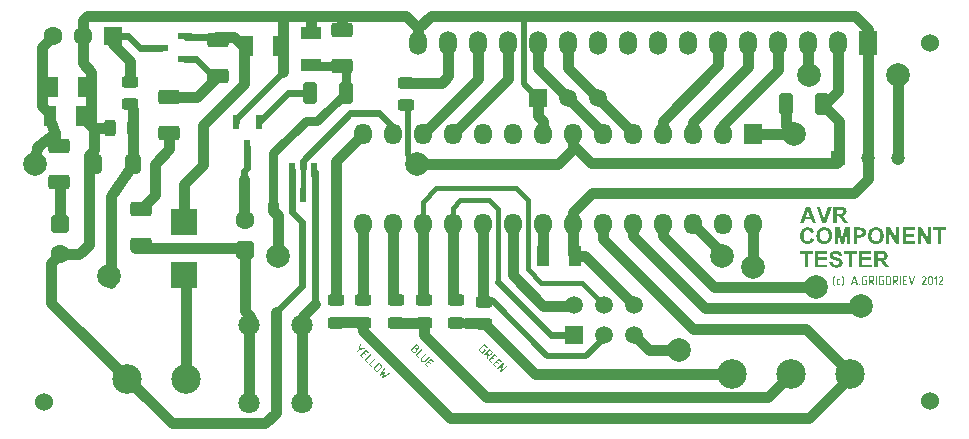
<source format=gtl>
%FSLAX44Y44*%
%MOMM*%
G71*
G01*
G75*
G04 Layer_Physical_Order=1*
G04 Layer_Color=255*
%ADD10R,1.1000X1.7000*%
%ADD11R,1.7000X1.1000*%
%ADD12R,0.6000X1.3000*%
G04:AMPARAMS|DCode=13|XSize=1.25mm|YSize=1.84mm|CornerRadius=0.3125mm|HoleSize=0mm|Usage=FLASHONLY|Rotation=180.000|XOffset=0mm|YOffset=0mm|HoleType=Round|Shape=RoundedRectangle|*
%AMROUNDEDRECTD13*
21,1,1.2500,1.2150,0,0,180.0*
21,1,0.6250,1.8400,0,0,180.0*
1,1,0.6250,-0.3125,0.6075*
1,1,0.6250,0.3125,0.6075*
1,1,0.6250,0.3125,-0.6075*
1,1,0.6250,-0.3125,-0.6075*
%
%ADD13ROUNDEDRECTD13*%
G04:AMPARAMS|DCode=14|XSize=1.25mm|YSize=1.84mm|CornerRadius=0.3125mm|HoleSize=0mm|Usage=FLASHONLY|Rotation=90.000|XOffset=0mm|YOffset=0mm|HoleType=Round|Shape=RoundedRectangle|*
%AMROUNDEDRECTD14*
21,1,1.2500,1.2150,0,0,90.0*
21,1,0.6250,1.8400,0,0,90.0*
1,1,0.6250,0.6075,0.3125*
1,1,0.6250,0.6075,-0.3125*
1,1,0.6250,-0.6075,-0.3125*
1,1,0.6250,-0.6075,0.3125*
%
%ADD14ROUNDEDRECTD14*%
G04:AMPARAMS|DCode=15|XSize=1mm|YSize=1.4mm|CornerRadius=0.25mm|HoleSize=0mm|Usage=FLASHONLY|Rotation=270.000|XOffset=0mm|YOffset=0mm|HoleType=Round|Shape=RoundedRectangle|*
%AMROUNDEDRECTD15*
21,1,1.0000,0.9000,0,0,270.0*
21,1,0.5000,1.4000,0,0,270.0*
1,1,0.5000,-0.4500,-0.2500*
1,1,0.5000,-0.4500,0.2500*
1,1,0.5000,0.4500,0.2500*
1,1,0.5000,0.4500,-0.2500*
%
%ADD15ROUNDEDRECTD15*%
G04:AMPARAMS|DCode=16|XSize=1mm|YSize=1.4mm|CornerRadius=0.25mm|HoleSize=0mm|Usage=FLASHONLY|Rotation=180.000|XOffset=0mm|YOffset=0mm|HoleType=Round|Shape=RoundedRectangle|*
%AMROUNDEDRECTD16*
21,1,1.0000,0.9000,0,0,180.0*
21,1,0.5000,1.4000,0,0,180.0*
1,1,0.5000,-0.2500,0.4500*
1,1,0.5000,0.2500,0.4500*
1,1,0.5000,0.2500,-0.4500*
1,1,0.5000,-0.2500,-0.4500*
%
%ADD16ROUNDEDRECTD16*%
%ADD17R,2.3000X2.3000*%
G04:AMPARAMS|DCode=18|XSize=1.34mm|YSize=1.68mm|CornerRadius=0.335mm|HoleSize=0mm|Usage=FLASHONLY|Rotation=180.000|XOffset=0mm|YOffset=0mm|HoleType=Round|Shape=RoundedRectangle|*
%AMROUNDEDRECTD18*
21,1,1.3400,1.0100,0,0,180.0*
21,1,0.6700,1.6800,0,0,180.0*
1,1,0.6700,-0.3350,0.5050*
1,1,0.6700,0.3350,0.5050*
1,1,0.6700,0.3350,-0.5050*
1,1,0.6700,-0.3350,-0.5050*
%
%ADD18ROUNDEDRECTD18*%
%ADD19R,1.3000X0.6000*%
%ADD20C,0.9000*%
%ADD21C,0.5000*%
%ADD22C,0.4000*%
%ADD23C,0.6000*%
%ADD24C,0.8000*%
%ADD25C,1.5240*%
%ADD26C,1.6000*%
G04:AMPARAMS|DCode=27|XSize=1.6mm|YSize=1.6mm|CornerRadius=0.4mm|HoleSize=0mm|Usage=FLASHONLY|Rotation=90.000|XOffset=0mm|YOffset=0mm|HoleType=Round|Shape=RoundedRectangle|*
%AMROUNDEDRECTD27*
21,1,1.6000,0.8000,0,0,90.0*
21,1,0.8000,1.6000,0,0,90.0*
1,1,0.8000,0.4000,0.4000*
1,1,0.8000,0.4000,-0.4000*
1,1,0.8000,-0.4000,-0.4000*
1,1,0.8000,-0.4000,0.4000*
%
%ADD27ROUNDEDRECTD27*%
%ADD28O,1.5000X1.8000*%
%ADD29R,1.5000X1.8000*%
%ADD30R,1.5000X2.0000*%
%ADD31O,1.5000X2.0000*%
%ADD32R,1.5000X1.5000*%
%ADD33C,1.5000*%
%ADD34R,1.6000X1.6000*%
%ADD35C,1.8000*%
%ADD36C,2.5000*%
%ADD37R,1.2000X1.2000*%
%ADD38C,1.2000*%
%ADD39C,2.0000*%
G36*
X1744306Y592537D02*
X1744386Y592527D01*
X1744476Y592517D01*
X1744576Y592497D01*
X1744686Y592477D01*
X1744925Y592397D01*
X1745055Y592357D01*
X1745185Y592297D01*
X1745314Y592227D01*
X1745444Y592147D01*
X1745564Y592057D01*
X1745684Y591948D01*
X1745694Y591938D01*
X1745714Y591918D01*
X1745744Y591888D01*
X1745784Y591838D01*
X1745834Y591788D01*
X1745883Y591718D01*
X1745943Y591638D01*
X1746003Y591548D01*
X1746113Y591339D01*
X1746213Y591089D01*
X1746253Y590959D01*
X1746283Y590820D01*
X1746303Y590670D01*
X1746313Y590520D01*
Y590500D01*
Y590440D01*
X1746303Y590350D01*
X1746283Y590231D01*
X1746253Y590091D01*
X1746203Y589931D01*
X1746143Y589752D01*
X1746063Y589572D01*
X1743707Y585938D01*
X1745903D01*
X1745943Y585928D01*
X1745983Y585918D01*
X1746033Y585898D01*
X1746093Y585878D01*
X1746153Y585839D01*
X1746203Y585789D01*
X1746213Y585779D01*
X1746223Y585769D01*
X1746253Y585739D01*
X1746283Y585699D01*
X1746333Y585599D01*
X1746343Y585539D01*
X1746353Y585469D01*
Y585459D01*
Y585449D01*
X1746343Y585419D01*
Y585379D01*
X1746303Y585280D01*
X1746273Y585220D01*
X1746233Y585160D01*
X1746223Y585150D01*
X1746213Y585140D01*
X1746183Y585110D01*
X1746143Y585080D01*
X1746093Y585050D01*
X1746033Y585030D01*
X1745953Y585010D01*
X1745874Y585000D01*
X1742919D01*
X1742859Y585010D01*
X1742779Y585020D01*
X1742689Y585050D01*
X1742589Y585100D01*
X1742509Y585170D01*
X1742450Y585270D01*
X1742440Y585329D01*
X1742430Y585399D01*
Y585409D01*
Y585429D01*
X1742440Y585459D01*
Y585499D01*
X1742480Y585599D01*
X1742500Y585669D01*
X1742539Y585739D01*
X1745245Y590051D01*
X1745255Y590061D01*
X1745265Y590091D01*
X1745284Y590141D01*
X1745305Y590211D01*
X1745325Y590281D01*
X1745344Y590360D01*
X1745364Y590450D01*
Y590540D01*
Y590550D01*
Y590560D01*
Y590610D01*
X1745354Y590690D01*
X1745334Y590790D01*
X1745294Y590900D01*
X1745245Y591019D01*
X1745175Y591139D01*
X1745085Y591249D01*
X1745075Y591259D01*
X1745045Y591279D01*
X1745005Y591309D01*
X1744945Y591349D01*
X1744885Y591399D01*
X1744805Y591438D01*
X1744646Y591518D01*
X1744636D01*
X1744606Y591528D01*
X1744566Y591548D01*
X1744516Y591568D01*
X1744446Y591578D01*
X1744376Y591598D01*
X1744207Y591608D01*
X1744167D01*
X1744117Y591598D01*
X1744057D01*
X1743907Y591558D01*
X1743827Y591528D01*
X1743747Y591488D01*
X1743737Y591478D01*
X1743707Y591459D01*
X1743657Y591419D01*
X1743598Y591379D01*
X1743538Y591319D01*
X1743468Y591249D01*
X1743398Y591169D01*
X1743338Y591079D01*
X1743328Y591069D01*
X1743298Y591029D01*
X1743238Y590979D01*
X1743198Y590949D01*
X1743148Y590910D01*
X1742959Y590869D01*
X1742929D01*
X1742889Y590880D01*
X1742839Y590890D01*
X1742729Y590929D01*
X1742669Y590959D01*
X1742609Y590999D01*
X1742599Y591009D01*
X1742589Y591019D01*
X1742559Y591049D01*
X1742539Y591089D01*
X1742480Y591199D01*
X1742470Y591269D01*
X1742460Y591339D01*
Y591359D01*
X1742470Y591399D01*
X1742489Y591478D01*
X1742520Y591578D01*
Y591588D01*
X1742529Y591598D01*
X1742569Y591648D01*
X1742629Y591728D01*
X1742719Y591828D01*
X1742819Y591938D01*
X1742949Y592057D01*
X1743098Y592167D01*
X1743258Y592277D01*
X1743268Y592287D01*
X1743298Y592297D01*
X1743338Y592317D01*
X1743398Y592347D01*
X1743458Y592377D01*
X1743538Y592417D01*
X1743697Y592467D01*
X1743707D01*
X1743717Y592477D01*
X1743777Y592487D01*
X1743847Y592507D01*
X1743937Y592527D01*
X1743957D01*
X1744007Y592537D01*
X1744077Y592547D01*
X1744246D01*
X1744306Y592537D01*
D02*
G37*
G36*
X1655717Y613946D02*
X1655942D01*
X1656167Y613921D01*
X1656442Y613871D01*
X1656742Y613821D01*
X1657367Y613697D01*
X1658017Y613497D01*
X1658616Y613197D01*
X1658916Y613022D01*
X1659166Y612822D01*
X1659191Y612797D01*
X1659216Y612772D01*
X1659291Y612697D01*
X1659366Y612622D01*
X1659591Y612372D01*
X1659816Y612022D01*
X1660066Y611572D01*
X1660291Y611072D01*
X1660466Y610472D01*
X1660516Y610147D01*
X1660541Y609798D01*
X1657767Y609673D01*
Y609723D01*
X1657742Y609847D01*
X1657692Y610022D01*
X1657617Y610247D01*
X1657492Y610497D01*
X1657367Y610747D01*
X1657192Y610972D01*
X1656992Y611172D01*
X1656967Y611197D01*
X1656892Y611247D01*
X1656742Y611322D01*
X1656567Y611422D01*
X1656317Y611497D01*
X1656017Y611572D01*
X1655667Y611622D01*
X1655267Y611647D01*
X1655067D01*
X1654842Y611622D01*
X1654567Y611597D01*
X1654267Y611522D01*
X1653943Y611447D01*
X1653643Y611322D01*
X1653368Y611172D01*
X1653343Y611147D01*
X1653293Y611122D01*
X1653218Y611047D01*
X1653143Y610947D01*
X1652993Y610672D01*
X1652943Y610522D01*
X1652918Y610322D01*
Y610297D01*
Y610247D01*
X1652943Y610147D01*
X1652968Y610022D01*
X1653018Y609897D01*
X1653093Y609748D01*
X1653193Y609622D01*
X1653343Y609473D01*
X1653368Y609448D01*
X1653468Y609398D01*
X1653618Y609323D01*
X1653868Y609198D01*
X1654018Y609148D01*
X1654193Y609073D01*
X1654393Y608998D01*
X1654642Y608923D01*
X1654892Y608823D01*
X1655192Y608748D01*
X1655517Y608673D01*
X1655867Y608573D01*
X1655892D01*
X1655967Y608548D01*
X1656067Y608523D01*
X1656192Y608498D01*
X1656367Y608448D01*
X1656567Y608398D01*
X1656992Y608273D01*
X1657492Y608123D01*
X1657992Y607948D01*
X1658466Y607773D01*
X1658866Y607573D01*
X1658916Y607548D01*
X1659016Y607473D01*
X1659216Y607373D01*
X1659416Y607223D01*
X1659666Y607023D01*
X1659916Y606773D01*
X1660166Y606498D01*
X1660391Y606173D01*
X1660416Y606123D01*
X1660466Y606023D01*
X1660566Y605824D01*
X1660666Y605574D01*
X1660766Y605249D01*
X1660866Y604899D01*
X1660916Y604474D01*
X1660941Y603999D01*
Y603974D01*
Y603949D01*
Y603799D01*
X1660916Y603574D01*
X1660866Y603274D01*
X1660766Y602949D01*
X1660666Y602574D01*
X1660491Y602174D01*
X1660266Y601774D01*
X1660241Y601725D01*
X1660141Y601600D01*
X1659991Y601425D01*
X1659791Y601200D01*
X1659541Y600950D01*
X1659216Y600700D01*
X1658841Y600450D01*
X1658416Y600250D01*
X1658392D01*
X1658367Y600225D01*
X1658291Y600200D01*
X1658217Y600175D01*
X1657942Y600100D01*
X1657617Y600025D01*
X1657167Y599925D01*
X1656667Y599850D01*
X1656092Y599800D01*
X1655442Y599775D01*
X1655192D01*
X1655017Y599800D01*
X1654792D01*
X1654542Y599850D01*
X1654267Y599875D01*
X1653968Y599925D01*
X1653318Y600075D01*
X1652668Y600275D01*
X1652018Y600575D01*
X1651718Y600750D01*
X1651443Y600950D01*
X1651418Y600975D01*
X1651393Y601000D01*
X1651318Y601075D01*
X1651218Y601175D01*
X1651118Y601300D01*
X1650993Y601450D01*
X1650843Y601625D01*
X1650718Y601850D01*
X1650569Y602075D01*
X1650419Y602349D01*
X1650269Y602624D01*
X1650144Y602949D01*
X1650019Y603274D01*
X1649919Y603649D01*
X1649844Y604049D01*
X1649769Y604474D01*
X1652468Y604724D01*
Y604699D01*
X1652493Y604674D01*
Y604599D01*
X1652518Y604499D01*
X1652593Y604274D01*
X1652693Y603974D01*
X1652818Y603649D01*
X1652993Y603324D01*
X1653218Y602999D01*
X1653468Y602724D01*
X1653493Y602699D01*
X1653618Y602624D01*
X1653768Y602524D01*
X1653993Y602399D01*
X1654292Y602274D01*
X1654617Y602174D01*
X1655017Y602099D01*
X1655467Y602075D01*
X1655692D01*
X1655942Y602099D01*
X1656217Y602149D01*
X1656567Y602224D01*
X1656892Y602324D01*
X1657217Y602449D01*
X1657492Y602649D01*
X1657517Y602674D01*
X1657592Y602749D01*
X1657717Y602874D01*
X1657842Y603024D01*
X1657942Y603224D01*
X1658067Y603449D01*
X1658141Y603699D01*
X1658167Y603974D01*
Y603999D01*
Y604049D01*
X1658141Y604149D01*
Y604274D01*
X1658042Y604524D01*
X1657967Y604674D01*
X1657867Y604799D01*
Y604824D01*
X1657817Y604849D01*
X1657742Y604924D01*
X1657642Y604999D01*
X1657492Y605099D01*
X1657342Y605199D01*
X1657117Y605299D01*
X1656867Y605399D01*
X1656842D01*
X1656767Y605424D01*
X1656617Y605474D01*
X1656417Y605549D01*
X1656117Y605624D01*
X1655742Y605723D01*
X1655517Y605798D01*
X1655267Y605849D01*
X1654967Y605924D01*
X1654667Y605998D01*
X1654642D01*
X1654567Y606023D01*
X1654467Y606048D01*
X1654317Y606098D01*
X1654117Y606148D01*
X1653918Y606223D01*
X1653443Y606373D01*
X1652918Y606573D01*
X1652418Y606798D01*
X1651943Y607073D01*
X1651718Y607198D01*
X1651543Y607348D01*
X1651518Y607373D01*
X1651493Y607398D01*
X1651343Y607548D01*
X1651143Y607798D01*
X1650918Y608123D01*
X1650668Y608523D01*
X1650468Y608998D01*
X1650318Y609548D01*
X1650293Y609823D01*
X1650269Y610122D01*
Y610172D01*
Y610297D01*
X1650293Y610497D01*
X1650343Y610772D01*
X1650419Y611072D01*
X1650518Y611397D01*
X1650668Y611722D01*
X1650868Y612072D01*
X1650893Y612122D01*
X1650968Y612222D01*
X1651118Y612397D01*
X1651318Y612597D01*
X1651543Y612822D01*
X1651843Y613047D01*
X1652168Y613272D01*
X1652568Y613471D01*
X1652593D01*
X1652618Y613497D01*
X1652768Y613546D01*
X1653018Y613621D01*
X1653343Y613722D01*
X1653718Y613821D01*
X1654193Y613896D01*
X1654717Y613946D01*
X1655292Y613971D01*
X1655542D01*
X1655717Y613946D01*
D02*
G37*
G36*
X1721896Y592537D02*
X1721936D01*
X1722046Y592497D01*
X1722106Y592467D01*
X1722166Y592427D01*
X1722176Y592417D01*
X1722186Y592407D01*
X1722216Y592377D01*
X1722246Y592337D01*
X1722296Y592227D01*
X1722305Y592157D01*
X1722316Y592087D01*
X1722296Y591938D01*
X1720079Y585389D01*
Y585379D01*
X1720069Y585369D01*
X1720040Y585309D01*
X1719990Y585220D01*
X1719920Y585120D01*
X1719910Y585110D01*
X1719860Y585090D01*
X1719830Y585070D01*
X1719780Y585050D01*
X1719720Y585030D01*
X1719650Y585000D01*
X1719640D01*
X1719600Y585010D01*
X1719541Y585020D01*
X1719481Y585050D01*
X1719401Y585100D01*
X1719331Y585160D01*
X1719251Y585260D01*
X1719191Y585389D01*
X1716975Y591938D01*
X1716955Y592077D01*
Y592087D01*
Y592107D01*
X1716965Y592137D01*
X1716975Y592177D01*
X1717015Y592277D01*
X1717045Y592327D01*
X1717095Y592387D01*
X1717105Y592397D01*
X1717125Y592417D01*
X1717145Y592437D01*
X1717185Y592467D01*
X1717285Y592527D01*
X1717344Y592537D01*
X1717414Y592547D01*
X1717554Y592537D01*
X1717674Y592507D01*
X1717684D01*
X1717694Y592487D01*
X1717744Y592447D01*
X1717814Y592357D01*
X1717843Y592307D01*
X1717873Y592237D01*
X1719630Y586807D01*
X1721387Y592227D01*
Y592237D01*
X1721397Y592247D01*
X1721437Y592307D01*
X1721487Y592377D01*
X1721567Y592447D01*
X1721577D01*
X1721587Y592467D01*
X1721647Y592497D01*
X1721727Y592527D01*
X1721826Y592547D01*
X1721856D01*
X1721896Y592537D01*
D02*
G37*
G36*
X1730052D02*
X1730132Y592527D01*
X1730221Y592517D01*
X1730321Y592497D01*
X1730431Y592477D01*
X1730671Y592397D01*
X1730800Y592357D01*
X1730930Y592297D01*
X1731060Y592227D01*
X1731190Y592147D01*
X1731310Y592057D01*
X1731429Y591948D01*
X1731439Y591938D01*
X1731459Y591918D01*
X1731489Y591888D01*
X1731529Y591838D01*
X1731579Y591788D01*
X1731629Y591718D01*
X1731689Y591638D01*
X1731749Y591548D01*
X1731859Y591339D01*
X1731958Y591089D01*
X1731998Y590959D01*
X1732028Y590820D01*
X1732048Y590670D01*
X1732058Y590520D01*
Y590500D01*
Y590440D01*
X1732048Y590350D01*
X1732028Y590231D01*
X1731998Y590091D01*
X1731948Y589931D01*
X1731888Y589752D01*
X1731809Y589572D01*
X1729453Y585938D01*
X1731649D01*
X1731689Y585928D01*
X1731729Y585918D01*
X1731779Y585898D01*
X1731839Y585878D01*
X1731898Y585839D01*
X1731948Y585789D01*
X1731958Y585779D01*
X1731968Y585769D01*
X1731998Y585739D01*
X1732028Y585699D01*
X1732078Y585599D01*
X1732088Y585539D01*
X1732098Y585469D01*
Y585459D01*
Y585449D01*
X1732088Y585419D01*
Y585379D01*
X1732048Y585280D01*
X1732018Y585220D01*
X1731978Y585160D01*
X1731968Y585150D01*
X1731958Y585140D01*
X1731928Y585110D01*
X1731888Y585080D01*
X1731839Y585050D01*
X1731779Y585030D01*
X1731699Y585010D01*
X1731619Y585000D01*
X1728664D01*
X1728604Y585010D01*
X1728524Y585020D01*
X1728435Y585050D01*
X1728335Y585100D01*
X1728255Y585170D01*
X1728195Y585270D01*
X1728185Y585329D01*
X1728175Y585399D01*
Y585409D01*
Y585429D01*
X1728185Y585459D01*
Y585499D01*
X1728225Y585599D01*
X1728245Y585669D01*
X1728285Y585739D01*
X1730990Y590051D01*
X1731000Y590061D01*
X1731010Y590091D01*
X1731030Y590141D01*
X1731050Y590211D01*
X1731070Y590281D01*
X1731090Y590360D01*
X1731110Y590450D01*
Y590540D01*
Y590550D01*
Y590560D01*
Y590610D01*
X1731100Y590690D01*
X1731080Y590790D01*
X1731040Y590900D01*
X1730990Y591019D01*
X1730920Y591139D01*
X1730830Y591249D01*
X1730820Y591259D01*
X1730790Y591279D01*
X1730750Y591309D01*
X1730691Y591349D01*
X1730631Y591399D01*
X1730551Y591438D01*
X1730391Y591518D01*
X1730381D01*
X1730351Y591528D01*
X1730311Y591548D01*
X1730261Y591568D01*
X1730191Y591578D01*
X1730122Y591598D01*
X1729952Y591608D01*
X1729912D01*
X1729862Y591598D01*
X1729802D01*
X1729652Y591558D01*
X1729573Y591528D01*
X1729493Y591488D01*
X1729483Y591478D01*
X1729453Y591459D01*
X1729403Y591419D01*
X1729343Y591379D01*
X1729283Y591319D01*
X1729213Y591249D01*
X1729143Y591169D01*
X1729083Y591079D01*
X1729073Y591069D01*
X1729043Y591029D01*
X1728984Y590979D01*
X1728944Y590949D01*
X1728894Y590910D01*
X1728704Y590869D01*
X1728674D01*
X1728634Y590880D01*
X1728584Y590890D01*
X1728474Y590929D01*
X1728415Y590959D01*
X1728355Y590999D01*
X1728345Y591009D01*
X1728335Y591019D01*
X1728305Y591049D01*
X1728285Y591089D01*
X1728225Y591199D01*
X1728215Y591269D01*
X1728205Y591339D01*
Y591359D01*
X1728215Y591399D01*
X1728235Y591478D01*
X1728265Y591578D01*
Y591588D01*
X1728275Y591598D01*
X1728315Y591648D01*
X1728375Y591728D01*
X1728465Y591828D01*
X1728564Y591938D01*
X1728694Y592057D01*
X1728844Y592167D01*
X1729004Y592277D01*
X1729014Y592287D01*
X1729043Y592297D01*
X1729083Y592317D01*
X1729143Y592347D01*
X1729203Y592377D01*
X1729283Y592417D01*
X1729443Y592467D01*
X1729453D01*
X1729463Y592477D01*
X1729523Y592487D01*
X1729592Y592507D01*
X1729682Y592527D01*
X1729702D01*
X1729752Y592537D01*
X1729822Y592547D01*
X1729992D01*
X1730052Y592537D01*
D02*
G37*
G36*
X1735742D02*
X1735802D01*
X1735871Y592517D01*
X1736031Y592487D01*
X1736221Y592427D01*
X1736420Y592337D01*
X1736530Y592277D01*
X1736630Y592217D01*
X1736730Y592137D01*
X1736830Y592047D01*
X1736840Y592037D01*
X1736850Y592028D01*
X1736879Y591997D01*
X1736909Y591958D01*
X1736949Y591908D01*
X1736989Y591848D01*
X1737089Y591708D01*
X1737189Y591528D01*
X1737269Y591319D01*
X1737329Y591089D01*
X1737339Y590959D01*
X1737349Y590830D01*
Y586717D01*
Y586707D01*
Y586687D01*
Y586647D01*
X1737339Y586597D01*
X1737329Y586537D01*
X1737319Y586467D01*
X1737289Y586308D01*
X1737229Y586118D01*
X1737139Y585918D01*
X1737079Y585818D01*
X1737009Y585709D01*
X1736929Y585609D01*
X1736840Y585509D01*
X1736830Y585499D01*
X1736820Y585489D01*
X1736790Y585459D01*
X1736750Y585429D01*
X1736700Y585389D01*
X1736640Y585349D01*
X1736500Y585260D01*
X1736320Y585160D01*
X1736111Y585080D01*
X1735881Y585020D01*
X1735751Y585010D01*
X1735622Y585000D01*
X1735113D01*
X1735063Y585010D01*
X1735003Y585020D01*
X1734933Y585030D01*
X1734773Y585060D01*
X1734574Y585120D01*
X1734374Y585210D01*
X1734274Y585260D01*
X1734164Y585329D01*
X1734065Y585399D01*
X1733965Y585489D01*
X1733955Y585499D01*
X1733945Y585509D01*
X1733915Y585539D01*
X1733885Y585579D01*
X1733845Y585629D01*
X1733805Y585689D01*
X1733715Y585829D01*
X1733615Y586008D01*
X1733535Y586218D01*
X1733476Y586457D01*
X1733466Y586587D01*
X1733456Y586717D01*
Y590830D01*
Y590840D01*
Y590859D01*
Y590900D01*
X1733466Y590939D01*
X1733476Y590999D01*
X1733486Y591069D01*
X1733515Y591229D01*
X1733575Y591419D01*
X1733665Y591618D01*
X1733725Y591718D01*
X1733795Y591818D01*
X1733865Y591918D01*
X1733955Y592018D01*
X1733965Y592028D01*
X1733975Y592037D01*
X1734005Y592067D01*
X1734045Y592097D01*
X1734095Y592137D01*
X1734154Y592187D01*
X1734304Y592287D01*
X1734474Y592377D01*
X1734683Y592467D01*
X1734923Y592527D01*
X1735053Y592537D01*
X1735183Y592547D01*
X1735692D01*
X1735742Y592537D01*
D02*
G37*
G36*
X1740802Y592576D02*
X1740892Y592537D01*
X1740952Y592507D01*
X1741012Y592457D01*
X1741022Y592447D01*
X1741032Y592427D01*
X1741052Y592397D01*
X1741072Y592357D01*
X1741092Y592297D01*
X1741112Y592237D01*
X1741132Y592157D01*
Y592077D01*
Y585469D01*
Y585459D01*
Y585429D01*
X1741122Y585389D01*
X1741112Y585349D01*
X1741082Y585230D01*
X1741042Y585180D01*
X1741002Y585130D01*
X1740992Y585120D01*
X1740972Y585110D01*
X1740942Y585090D01*
X1740902Y585070D01*
X1740793Y585020D01*
X1740723Y585010D01*
X1740653Y585000D01*
X1740623D01*
X1740583Y585010D01*
X1740543Y585020D01*
X1740433Y585050D01*
X1740373Y585080D01*
X1740313Y585120D01*
X1740303Y585130D01*
X1740293Y585140D01*
X1740273Y585170D01*
X1740244Y585210D01*
X1740214Y585260D01*
X1740194Y585319D01*
X1740184Y585389D01*
X1740174Y585469D01*
Y591089D01*
X1739515Y590281D01*
X1739505Y590271D01*
X1739495Y590261D01*
X1739465Y590231D01*
X1739425Y590211D01*
X1739315Y590151D01*
X1739255Y590141D01*
X1739185Y590131D01*
X1739155D01*
X1739126Y590141D01*
X1739086Y590151D01*
X1738986Y590191D01*
X1738926Y590221D01*
X1738856Y590271D01*
X1738846Y590281D01*
X1738836Y590300D01*
X1738806Y590331D01*
X1738786Y590370D01*
X1738726Y590480D01*
X1738716Y590550D01*
X1738706Y590620D01*
Y590630D01*
Y590650D01*
X1738716Y590680D01*
X1738726Y590720D01*
X1738766Y590820D01*
X1738796Y590869D01*
X1738836Y590929D01*
X1740313Y592407D01*
X1740323Y592417D01*
X1740363Y592457D01*
X1740423Y592497D01*
X1740493Y592537D01*
X1740513Y592547D01*
X1740563Y592566D01*
X1740633Y592587D01*
X1740723Y592597D01*
X1740743D01*
X1740802Y592576D01*
D02*
G37*
G36*
X1694382Y613697D02*
X1694857Y613671D01*
X1695382Y613621D01*
X1695907Y613572D01*
X1696407Y613471D01*
X1696632Y613422D01*
X1696832Y613347D01*
X1696882Y613322D01*
X1697007Y613272D01*
X1697182Y613172D01*
X1697406Y613047D01*
X1697656Y612872D01*
X1697931Y612622D01*
X1698181Y612347D01*
X1698431Y612022D01*
X1698456Y611972D01*
X1698531Y611847D01*
X1698631Y611647D01*
X1698731Y611397D01*
X1698831Y611072D01*
X1698931Y610722D01*
X1699006Y610322D01*
X1699031Y609873D01*
Y609847D01*
Y609798D01*
Y609723D01*
X1699006Y609622D01*
X1698981Y609323D01*
X1698906Y608973D01*
X1698806Y608573D01*
X1698631Y608123D01*
X1698406Y607698D01*
X1698106Y607298D01*
X1698056Y607248D01*
X1697931Y607148D01*
X1697731Y606973D01*
X1697431Y606773D01*
X1697057Y606548D01*
X1696582Y606348D01*
X1696032Y606173D01*
X1695407Y606048D01*
X1695457Y606023D01*
X1695557Y605948D01*
X1695732Y605849D01*
X1695932Y605699D01*
X1696157Y605549D01*
X1696407Y605349D01*
X1696657Y605124D01*
X1696882Y604899D01*
X1696907Y604874D01*
X1696982Y604774D01*
X1697132Y604624D01*
X1697307Y604399D01*
X1697531Y604074D01*
X1697806Y603699D01*
X1698131Y603224D01*
X1698481Y602674D01*
X1700156Y600000D01*
X1696832D01*
X1694832Y602974D01*
Y602999D01*
X1694782Y603049D01*
X1694732Y603124D01*
X1694657Y603224D01*
X1694482Y603499D01*
X1694257Y603824D01*
X1694007Y604174D01*
X1693757Y604499D01*
X1693533Y604799D01*
X1693432Y604899D01*
X1693358Y604999D01*
X1693333Y605024D01*
X1693282Y605074D01*
X1693208Y605149D01*
X1693108Y605224D01*
X1692858Y605424D01*
X1692708Y605499D01*
X1692533Y605574D01*
X1692508D01*
X1692458Y605599D01*
X1692333Y605624D01*
X1692183Y605648D01*
X1691983Y605673D01*
X1691758Y605699D01*
X1691458Y605723D01*
X1690558D01*
Y600000D01*
X1687809D01*
Y613722D01*
X1694182D01*
X1694382Y613697D01*
D02*
G37*
G36*
X1689583Y633946D02*
X1689858Y633921D01*
X1690133Y633871D01*
X1690483Y633821D01*
X1690833Y633746D01*
X1691208Y633647D01*
X1691608Y633497D01*
X1692008Y633347D01*
X1692433Y633172D01*
X1692833Y632947D01*
X1693233Y632697D01*
X1693607Y632397D01*
X1693957Y632072D01*
X1693982Y632047D01*
X1694032Y631997D01*
X1694132Y631872D01*
X1694232Y631722D01*
X1694382Y631547D01*
X1694532Y631297D01*
X1694707Y631022D01*
X1694882Y630722D01*
X1695032Y630372D01*
X1695207Y629972D01*
X1695357Y629548D01*
X1695507Y629073D01*
X1695607Y628573D01*
X1695707Y628023D01*
X1695757Y627448D01*
X1695782Y626823D01*
Y626798D01*
Y626673D01*
Y626498D01*
X1695757Y626273D01*
X1695732Y625998D01*
X1695682Y625674D01*
X1695632Y625324D01*
X1695557Y624924D01*
X1695457Y624524D01*
X1695332Y624099D01*
X1695182Y623674D01*
X1695007Y623224D01*
X1694807Y622799D01*
X1694557Y622399D01*
X1694282Y622000D01*
X1693957Y621625D01*
X1693932Y621600D01*
X1693882Y621550D01*
X1693782Y621450D01*
X1693632Y621325D01*
X1693457Y621200D01*
X1693233Y621050D01*
X1692983Y620875D01*
X1692683Y620700D01*
X1692358Y620525D01*
X1691983Y620350D01*
X1691583Y620200D01*
X1691158Y620075D01*
X1690708Y619950D01*
X1690208Y619850D01*
X1689683Y619800D01*
X1689134Y619775D01*
X1689009D01*
X1688834Y619800D01*
X1688634D01*
X1688359Y619825D01*
X1688059Y619875D01*
X1687734Y619925D01*
X1687384Y620000D01*
X1686984Y620100D01*
X1686584Y620225D01*
X1686184Y620375D01*
X1685784Y620550D01*
X1685385Y620775D01*
X1684985Y621025D01*
X1684610Y621300D01*
X1684260Y621625D01*
X1684235Y621650D01*
X1684185Y621725D01*
X1684085Y621824D01*
X1683985Y621974D01*
X1683835Y622150D01*
X1683685Y622399D01*
X1683535Y622674D01*
X1683360Y622974D01*
X1683185Y623324D01*
X1683035Y623699D01*
X1682885Y624124D01*
X1682735Y624599D01*
X1682635Y625074D01*
X1682535Y625624D01*
X1682485Y626173D01*
X1682460Y626773D01*
Y626798D01*
Y626873D01*
Y626973D01*
Y627123D01*
X1682485Y627298D01*
Y627523D01*
X1682535Y627998D01*
X1682610Y628548D01*
X1682735Y629148D01*
X1682885Y629748D01*
X1683085Y630297D01*
X1683110Y630347D01*
X1683160Y630472D01*
X1683260Y630672D01*
X1683410Y630922D01*
X1683585Y631222D01*
X1683810Y631522D01*
X1684060Y631847D01*
X1684335Y632172D01*
X1684385Y632197D01*
X1684485Y632297D01*
X1684660Y632447D01*
X1684860Y632647D01*
X1685135Y632847D01*
X1685435Y633047D01*
X1685784Y633247D01*
X1686134Y633422D01*
X1686159D01*
X1686184Y633447D01*
X1686259Y633472D01*
X1686359Y633497D01*
X1686634Y633596D01*
X1686984Y633697D01*
X1687409Y633797D01*
X1687909Y633896D01*
X1688484Y633946D01*
X1689084Y633971D01*
X1689384D01*
X1689583Y633946D01*
D02*
G37*
G36*
X1676037Y633697D02*
X1676587Y633671D01*
X1677137Y633647D01*
X1677387Y633621D01*
X1677612Y633596D01*
X1677811Y633546D01*
X1677961Y633521D01*
X1677986D01*
X1678011Y633497D01*
X1678161Y633447D01*
X1678386Y633372D01*
X1678661Y633222D01*
X1678961Y633047D01*
X1679311Y632797D01*
X1679636Y632497D01*
X1679936Y632147D01*
X1679961Y632097D01*
X1680061Y631972D01*
X1680186Y631747D01*
X1680336Y631422D01*
X1680486Y631047D01*
X1680611Y630597D01*
X1680711Y630072D01*
X1680736Y629498D01*
Y629473D01*
Y629448D01*
Y629298D01*
X1680711Y629048D01*
X1680686Y628748D01*
X1680636Y628423D01*
X1680536Y628048D01*
X1680436Y627698D01*
X1680286Y627348D01*
X1680261Y627323D01*
X1680211Y627198D01*
X1680111Y627048D01*
X1679961Y626873D01*
X1679811Y626648D01*
X1679611Y626423D01*
X1679361Y626198D01*
X1679111Y625998D01*
X1679086Y625974D01*
X1678986Y625924D01*
X1678861Y625849D01*
X1678661Y625748D01*
X1678461Y625649D01*
X1678211Y625524D01*
X1677961Y625449D01*
X1677686Y625374D01*
X1677637D01*
X1677512Y625349D01*
X1677262Y625324D01*
X1676962Y625274D01*
X1676537Y625249D01*
X1676062Y625199D01*
X1675487Y625174D01*
X1672988D01*
Y620000D01*
X1670238D01*
Y633722D01*
X1675512D01*
X1676037Y633697D01*
D02*
G37*
G36*
X1721975Y631397D02*
X1714552D01*
Y628348D01*
X1721450D01*
Y626049D01*
X1714552D01*
Y622299D01*
X1722225D01*
Y620000D01*
X1711803D01*
Y633722D01*
X1721975D01*
Y631397D01*
D02*
G37*
G36*
X1685185Y611397D02*
X1677762D01*
Y608348D01*
X1684660D01*
Y606048D01*
X1677762D01*
Y602299D01*
X1685435D01*
Y600000D01*
X1675012D01*
Y613722D01*
X1685185D01*
Y611397D01*
D02*
G37*
G36*
X1673213D02*
X1669139D01*
Y600000D01*
X1666364D01*
Y611397D01*
X1662290D01*
Y613722D01*
X1673213D01*
Y611397D01*
D02*
G37*
G36*
X1645895Y633946D02*
X1646170Y633921D01*
X1646445Y633871D01*
X1646794Y633821D01*
X1647144Y633746D01*
X1647519Y633647D01*
X1647919Y633497D01*
X1648319Y633347D01*
X1648744Y633172D01*
X1649144Y632947D01*
X1649544Y632697D01*
X1649919Y632397D01*
X1650269Y632072D01*
X1650293Y632047D01*
X1650343Y631997D01*
X1650444Y631872D01*
X1650544Y631722D01*
X1650693Y631547D01*
X1650843Y631297D01*
X1651018Y631022D01*
X1651193Y630722D01*
X1651343Y630372D01*
X1651518Y629972D01*
X1651668Y629548D01*
X1651818Y629073D01*
X1651918Y628573D01*
X1652018Y628023D01*
X1652068Y627448D01*
X1652093Y626823D01*
Y626798D01*
Y626673D01*
Y626498D01*
X1652068Y626273D01*
X1652043Y625998D01*
X1651993Y625674D01*
X1651943Y625324D01*
X1651868Y624924D01*
X1651768Y624524D01*
X1651643Y624099D01*
X1651493Y623674D01*
X1651318Y623224D01*
X1651118Y622799D01*
X1650868Y622399D01*
X1650593Y622000D01*
X1650269Y621625D01*
X1650244Y621600D01*
X1650193Y621550D01*
X1650094Y621450D01*
X1649944Y621325D01*
X1649769Y621200D01*
X1649544Y621050D01*
X1649294Y620875D01*
X1648994Y620700D01*
X1648669Y620525D01*
X1648294Y620350D01*
X1647894Y620200D01*
X1647469Y620075D01*
X1647019Y619950D01*
X1646519Y619850D01*
X1645995Y619800D01*
X1645445Y619775D01*
X1645320D01*
X1645145Y619800D01*
X1644945D01*
X1644670Y619825D01*
X1644370Y619875D01*
X1644045Y619925D01*
X1643695Y620000D01*
X1643295Y620100D01*
X1642895Y620225D01*
X1642496Y620375D01*
X1642096Y620550D01*
X1641696Y620775D01*
X1641296Y621025D01*
X1640921Y621300D01*
X1640571Y621625D01*
X1640546Y621650D01*
X1640496Y621725D01*
X1640396Y621824D01*
X1640296Y621974D01*
X1640146Y622150D01*
X1639996Y622399D01*
X1639846Y622674D01*
X1639671Y622974D01*
X1639496Y623324D01*
X1639346Y623699D01*
X1639196Y624124D01*
X1639046Y624599D01*
X1638946Y625074D01*
X1638846Y625624D01*
X1638797Y626173D01*
X1638772Y626773D01*
Y626798D01*
Y626873D01*
Y626973D01*
Y627123D01*
X1638797Y627298D01*
Y627523D01*
X1638846Y627998D01*
X1638921Y628548D01*
X1639046Y629148D01*
X1639196Y629748D01*
X1639396Y630297D01*
X1639421Y630347D01*
X1639471Y630472D01*
X1639571Y630672D01*
X1639721Y630922D01*
X1639896Y631222D01*
X1640121Y631522D01*
X1640371Y631847D01*
X1640646Y632172D01*
X1640696Y632197D01*
X1640796Y632297D01*
X1640971Y632447D01*
X1641171Y632647D01*
X1641446Y632847D01*
X1641746Y633047D01*
X1642096Y633247D01*
X1642446Y633422D01*
X1642471D01*
X1642496Y633447D01*
X1642570Y633472D01*
X1642670Y633497D01*
X1642945Y633596D01*
X1643295Y633697D01*
X1643720Y633797D01*
X1644220Y633896D01*
X1644795Y633946D01*
X1645395Y633971D01*
X1645695D01*
X1645895Y633946D01*
D02*
G37*
G36*
X1670977Y592606D02*
X1671037Y592597D01*
X1671097Y592576D01*
X1671167Y592527D01*
X1671247Y592467D01*
X1671306Y592387D01*
X1671366Y592267D01*
X1673572Y585619D01*
X1673602Y585469D01*
Y585459D01*
Y585439D01*
X1673592Y585399D01*
X1673582Y585359D01*
X1673542Y585250D01*
X1673513Y585190D01*
X1673463Y585140D01*
X1673453Y585130D01*
X1673433Y585120D01*
X1673403Y585100D01*
X1673363Y585070D01*
X1673253Y585020D01*
X1673183Y585010D01*
X1673113Y585000D01*
X1673093D01*
X1673053Y585010D01*
X1672984Y585020D01*
X1672904Y585040D01*
X1672884Y585050D01*
X1672864Y585070D01*
X1672834Y585090D01*
X1672804Y585130D01*
X1672764Y585180D01*
X1672714Y585240D01*
X1672674Y585319D01*
X1672175Y586837D01*
X1669669D01*
X1669150Y585299D01*
Y585289D01*
X1669140Y585280D01*
X1669120Y585230D01*
X1669070Y585160D01*
X1668991Y585090D01*
X1668971Y585080D01*
X1668921Y585050D01*
X1668831Y585020D01*
X1668731Y585000D01*
X1668701D01*
X1668661Y585010D01*
X1668611Y585020D01*
X1668501Y585060D01*
X1668452Y585090D01*
X1668392Y585130D01*
X1668382Y585140D01*
X1668372Y585150D01*
X1668342Y585180D01*
X1668312Y585220D01*
X1668282Y585270D01*
X1668262Y585329D01*
X1668242Y585399D01*
X1668232Y585479D01*
X1668262Y585619D01*
X1670488Y592267D01*
X1670498Y592287D01*
X1670508Y592327D01*
X1670548Y592377D01*
X1670588Y592447D01*
X1670648Y592507D01*
X1670728Y592566D01*
X1670817Y592606D01*
X1670927Y592616D01*
X1670937D01*
X1670977Y592606D01*
D02*
G37*
G36*
X1675469Y585928D02*
X1675509Y585918D01*
X1675609Y585878D01*
X1675669Y585849D01*
X1675729Y585799D01*
X1675739Y585789D01*
X1675759Y585779D01*
X1675779Y585749D01*
X1675818Y585709D01*
X1675868Y585609D01*
X1675888Y585539D01*
X1675898Y585469D01*
Y585459D01*
Y585439D01*
X1675888Y585409D01*
X1675878Y585369D01*
X1675838Y585270D01*
X1675808Y585210D01*
X1675759Y585150D01*
X1675748Y585140D01*
X1675739Y585130D01*
X1675709Y585100D01*
X1675669Y585080D01*
X1675559Y585020D01*
X1675489Y585010D01*
X1675419Y585000D01*
X1675389D01*
X1675349Y585010D01*
X1675299Y585020D01*
X1675190Y585060D01*
X1675130Y585090D01*
X1675080Y585130D01*
X1675070Y585140D01*
X1675060Y585160D01*
X1675040Y585190D01*
X1675010Y585230D01*
X1674960Y585339D01*
X1674950Y585399D01*
X1674940Y585469D01*
Y585479D01*
Y585499D01*
X1674950Y585539D01*
X1674960Y585579D01*
X1675000Y585689D01*
X1675030Y585749D01*
X1675080Y585799D01*
X1675090Y585809D01*
X1675110Y585818D01*
X1675140Y585839D01*
X1675180Y585868D01*
X1675279Y585918D01*
X1675349Y585928D01*
X1675419Y585938D01*
X1675439D01*
X1675469Y585928D01*
D02*
G37*
G36*
X1681418Y592537D02*
X1681458Y592527D01*
X1681508Y592507D01*
X1681568Y592487D01*
X1681628Y592447D01*
X1681678Y592397D01*
X1681688Y592387D01*
X1681698Y592377D01*
X1681718Y592347D01*
X1681748Y592307D01*
X1681798Y592207D01*
X1681808Y592147D01*
X1681818Y592077D01*
Y592067D01*
Y592057D01*
X1681808Y592028D01*
Y591987D01*
X1681768Y591888D01*
X1681738Y591828D01*
X1681698Y591768D01*
Y591758D01*
X1681678Y591748D01*
X1681648Y591718D01*
X1681618Y591688D01*
X1681568Y591658D01*
X1681508Y591638D01*
X1681428Y591618D01*
X1681349Y591608D01*
X1678733D01*
X1678683Y591598D01*
X1678623D01*
X1678494Y591558D01*
X1678424Y591528D01*
X1678364Y591488D01*
Y591478D01*
X1678344Y591469D01*
X1678294Y591399D01*
X1678244Y591309D01*
X1678194Y591219D01*
Y591209D01*
X1678184Y591189D01*
X1678174Y591149D01*
X1678164Y591099D01*
Y591089D01*
Y591059D01*
X1678154Y591019D01*
Y590979D01*
Y586577D01*
Y586567D01*
Y586527D01*
X1678164Y586477D01*
X1678174Y586418D01*
X1678194Y586338D01*
X1678224Y586268D01*
X1678264Y586188D01*
X1678324Y586118D01*
X1678344Y586108D01*
X1678384Y586068D01*
X1678454Y586028D01*
X1678534Y585978D01*
X1678544D01*
X1678573Y585968D01*
X1678613Y585958D01*
X1678653Y585948D01*
X1678693D01*
X1678773Y585938D01*
X1680869D01*
Y588663D01*
X1680570D01*
X1680530Y588673D01*
X1680480Y588683D01*
X1680370Y588723D01*
X1680310Y588753D01*
X1680260Y588793D01*
X1680251Y588803D01*
X1680240Y588823D01*
X1680221Y588853D01*
X1680201Y588893D01*
X1680151Y589013D01*
X1680141Y589073D01*
X1680131Y589143D01*
Y589153D01*
Y589173D01*
X1680141Y589202D01*
X1680151Y589242D01*
X1680181Y589332D01*
X1680211Y589392D01*
X1680251Y589452D01*
X1680260Y589462D01*
X1680271Y589482D01*
X1680300Y589502D01*
X1680340Y589532D01*
X1680390Y589562D01*
X1680450Y589592D01*
X1680530Y589602D01*
X1680610Y589612D01*
X1681369D01*
X1681418Y589602D01*
X1681498Y589592D01*
X1681588Y589552D01*
X1681668Y589502D01*
X1681748Y589412D01*
X1681798Y589302D01*
X1681818Y589222D01*
Y589143D01*
Y585469D01*
Y585449D01*
X1681808Y585399D01*
X1681798Y585319D01*
X1681758Y585240D01*
X1681708Y585150D01*
X1681618Y585070D01*
X1681508Y585020D01*
X1681428Y585010D01*
X1681349Y585000D01*
X1678713D01*
X1678663Y585010D01*
X1678613D01*
X1678553Y585020D01*
X1678404Y585060D01*
X1678224Y585110D01*
X1678044Y585190D01*
X1677855Y585299D01*
X1677755Y585369D01*
X1677665Y585449D01*
Y585459D01*
X1677645Y585469D01*
X1677625Y585499D01*
X1677595Y585529D01*
X1677515Y585629D01*
X1677435Y585759D01*
X1677346Y585928D01*
X1677266Y586118D01*
X1677216Y586338D01*
X1677206Y586457D01*
X1677196Y586577D01*
Y590979D01*
Y590989D01*
Y591009D01*
Y591039D01*
X1677206Y591089D01*
Y591149D01*
X1677216Y591209D01*
X1677256Y591359D01*
X1677306Y591538D01*
X1677386Y591718D01*
X1677505Y591908D01*
X1677575Y591997D01*
X1677655Y592087D01*
X1677665Y592097D01*
X1677675Y592107D01*
X1677705Y592127D01*
X1677735Y592157D01*
X1677835Y592237D01*
X1677965Y592317D01*
X1678134Y592397D01*
X1678324Y592477D01*
X1678534Y592527D01*
X1678653Y592547D01*
X1681378D01*
X1681418Y592537D01*
D02*
G37*
G36*
X1654087Y592906D02*
X1654137Y592896D01*
X1654197Y592876D01*
X1654267Y592856D01*
X1654327Y592816D01*
X1654387Y592766D01*
X1654397D01*
X1654407Y592746D01*
X1654456Y592686D01*
X1654496Y592587D01*
X1654506Y592527D01*
X1654516Y592457D01*
Y592437D01*
X1654506Y592387D01*
X1654496Y592327D01*
X1654467Y592247D01*
X1654227Y591788D01*
X1654037Y591369D01*
X1653868Y590890D01*
X1653708Y590370D01*
Y590360D01*
X1653698Y590321D01*
X1653688Y590271D01*
X1653668Y590191D01*
X1653648Y590101D01*
X1653628Y589991D01*
X1653598Y589871D01*
X1653578Y589732D01*
X1653558Y589592D01*
X1653528Y589432D01*
X1653488Y589093D01*
X1653458Y588733D01*
X1653448Y588374D01*
Y588364D01*
Y588354D01*
Y588324D01*
Y588284D01*
Y588234D01*
X1653458Y588174D01*
X1653468Y588025D01*
X1653478Y587845D01*
X1653498Y587635D01*
X1653528Y587396D01*
X1653578Y587136D01*
X1653628Y586847D01*
X1653688Y586547D01*
X1653778Y586228D01*
X1653868Y585898D01*
X1653987Y585559D01*
X1654117Y585220D01*
X1654267Y584880D01*
X1654447Y584541D01*
X1654456Y584521D01*
X1654476Y584471D01*
X1654496Y584401D01*
X1654516Y584311D01*
Y584301D01*
Y584281D01*
X1654506Y584241D01*
X1654496Y584201D01*
X1654476Y584151D01*
X1654456Y584092D01*
X1654417Y584032D01*
X1654367Y583982D01*
X1654357Y583972D01*
X1654337Y583962D01*
X1654307Y583942D01*
X1654267Y583912D01*
X1654157Y583862D01*
X1654087Y583852D01*
X1654017Y583842D01*
X1653987D01*
X1653947Y583852D01*
X1653898Y583872D01*
X1653828Y583902D01*
X1653768Y583942D01*
X1653688Y584002D01*
X1653618Y584082D01*
X1653608Y584092D01*
X1653598Y584122D01*
X1653568Y584171D01*
X1653538Y584241D01*
X1653498Y584331D01*
X1653448Y584431D01*
X1653398Y584551D01*
X1653338Y584681D01*
X1653269Y584830D01*
X1653209Y584990D01*
X1653139Y585160D01*
X1653069Y585349D01*
X1652999Y585539D01*
X1652929Y585749D01*
X1652789Y586178D01*
Y586188D01*
X1652780Y586198D01*
Y586228D01*
X1652769Y586268D01*
X1652750Y586358D01*
X1652720Y586497D01*
X1652690Y586657D01*
X1652650Y586847D01*
X1652620Y587056D01*
X1652580Y587276D01*
Y587286D01*
Y587306D01*
X1652570Y587336D01*
Y587386D01*
X1652560Y587436D01*
Y587495D01*
X1652540Y587645D01*
X1652530Y587825D01*
X1652510Y588005D01*
X1652500Y588194D01*
Y588374D01*
Y588384D01*
Y588404D01*
Y588434D01*
Y588474D01*
Y588534D01*
X1652510Y588594D01*
Y588673D01*
X1652520Y588753D01*
X1652530Y588953D01*
X1652560Y589193D01*
X1652590Y589462D01*
X1652640Y589752D01*
X1652700Y590071D01*
X1652769Y590410D01*
X1652859Y590760D01*
X1652969Y591129D01*
X1653099Y591508D01*
X1653239Y591898D01*
X1653408Y592277D01*
X1653608Y592666D01*
Y592676D01*
X1653618Y592686D01*
X1653658Y592736D01*
X1653718Y592796D01*
X1653798Y592856D01*
X1654007Y592916D01*
X1654047D01*
X1654087Y592906D01*
D02*
G37*
G36*
X1660845D02*
X1660895Y592886D01*
X1660955Y592856D01*
X1661025Y592806D01*
X1661095Y592746D01*
X1661165Y592666D01*
Y592656D01*
X1661185Y592636D01*
X1661205Y592587D01*
X1661234Y592537D01*
X1661264Y592467D01*
X1661304Y592387D01*
X1661354Y592287D01*
X1661404Y592187D01*
X1661414Y592177D01*
X1661424Y592147D01*
X1661444Y592097D01*
X1661474Y592037D01*
X1661544Y591888D01*
X1661614Y591728D01*
Y591718D01*
X1661624Y591708D01*
X1661634Y591678D01*
X1661644Y591638D01*
X1661684Y591528D01*
X1661734Y591389D01*
X1661793Y591219D01*
X1661853Y591029D01*
X1661923Y590820D01*
X1661983Y590610D01*
Y590600D01*
X1661993Y590590D01*
Y590560D01*
X1662003Y590520D01*
X1662033Y590420D01*
X1662063Y590291D01*
X1662093Y590121D01*
X1662123Y589941D01*
X1662163Y589732D01*
X1662193Y589512D01*
Y589492D01*
X1662203Y589452D01*
X1662213Y589392D01*
X1662223Y589302D01*
X1662233Y589212D01*
X1662243Y589103D01*
X1662263Y588893D01*
Y588883D01*
Y588853D01*
X1662273Y588793D01*
Y588733D01*
X1662283Y588584D01*
Y588434D01*
X1662263Y587855D01*
Y587845D01*
Y587825D01*
Y587795D01*
Y587745D01*
Y587645D01*
X1662253Y587546D01*
Y587536D01*
Y587525D01*
Y587495D01*
X1662243Y587456D01*
X1662233Y587346D01*
X1662213Y587206D01*
Y587196D01*
Y587186D01*
X1662203Y587156D01*
Y587116D01*
X1662183Y587016D01*
X1662163Y586887D01*
X1662133Y586727D01*
X1662103Y586557D01*
X1662053Y586368D01*
X1662003Y586168D01*
Y586158D01*
X1661993Y586118D01*
X1661973Y586058D01*
X1661953Y585978D01*
X1661923Y585888D01*
X1661893Y585769D01*
X1661853Y585639D01*
X1661803Y585499D01*
X1661743Y585349D01*
X1661684Y585180D01*
X1661544Y584830D01*
X1661364Y584461D01*
X1661165Y584092D01*
X1661155Y584082D01*
X1661135Y584042D01*
X1661115Y584022D01*
X1661085Y583982D01*
X1661035Y583952D01*
X1660985Y583912D01*
X1660885Y583862D01*
X1660775Y583842D01*
X1660745D01*
X1660705Y583852D01*
X1660656Y583862D01*
X1660536Y583902D01*
X1660476Y583932D01*
X1660416Y583982D01*
X1660406Y583992D01*
X1660396Y584002D01*
X1660366Y584032D01*
X1660346Y584072D01*
X1660286Y584171D01*
X1660276Y584241D01*
X1660266Y584311D01*
Y584331D01*
X1660276Y584381D01*
X1660296Y584451D01*
X1660326Y584541D01*
X1660336Y584551D01*
X1660346Y584581D01*
X1660366Y584621D01*
X1660396Y584681D01*
X1660436Y584760D01*
X1660486Y584850D01*
X1660526Y584950D01*
X1660586Y585070D01*
X1660636Y585200D01*
X1660695Y585339D01*
X1660765Y585499D01*
X1660825Y585659D01*
X1660945Y586008D01*
X1661065Y586387D01*
Y586398D01*
X1661075Y586437D01*
X1661085Y586487D01*
X1661105Y586567D01*
X1661125Y586657D01*
X1661145Y586767D01*
X1661174Y586897D01*
X1661194Y587026D01*
X1661214Y587176D01*
X1661244Y587336D01*
X1661284Y587665D01*
X1661314Y588015D01*
X1661324Y588374D01*
Y588384D01*
Y588404D01*
Y588434D01*
Y588474D01*
Y588594D01*
X1661314Y588733D01*
Y588893D01*
X1661304Y589073D01*
X1661294Y589242D01*
X1661274Y589412D01*
Y589422D01*
Y589432D01*
X1661264Y589492D01*
X1661254Y589582D01*
X1661234Y589692D01*
X1661214Y589831D01*
X1661174Y589991D01*
X1661135Y590161D01*
X1661085Y590340D01*
X1660945Y590869D01*
X1660875Y591049D01*
X1660775Y591299D01*
X1660765Y591319D01*
X1660745Y591369D01*
X1660715Y591449D01*
X1660665Y591558D01*
X1660605Y591698D01*
X1660526Y591858D01*
X1660436Y592037D01*
X1660326Y592227D01*
X1660266Y592447D01*
Y592457D01*
Y592477D01*
X1660276Y592507D01*
X1660286Y592556D01*
X1660306Y592606D01*
X1660326Y592656D01*
X1660366Y592716D01*
X1660416Y592766D01*
X1660426Y592776D01*
X1660446Y592786D01*
X1660476Y592816D01*
X1660516Y592846D01*
X1660636Y592896D01*
X1660695Y592906D01*
X1660765Y592916D01*
X1660805D01*
X1660845Y592906D01*
D02*
G37*
G36*
X1658559Y590331D02*
X1658609Y590321D01*
X1658709Y590281D01*
X1658769Y590251D01*
X1658819Y590201D01*
X1658829Y590191D01*
X1658839Y590181D01*
X1658869Y590151D01*
X1658899Y590111D01*
X1658949Y590011D01*
X1658958Y589951D01*
X1658969Y589881D01*
Y589871D01*
Y589851D01*
X1658958Y589821D01*
Y589781D01*
X1658919Y589682D01*
X1658889Y589622D01*
X1658849Y589562D01*
Y589552D01*
X1658829Y589542D01*
X1658799Y589512D01*
X1658769Y589482D01*
X1658719Y589452D01*
X1658659Y589432D01*
X1658579Y589412D01*
X1658499Y589402D01*
X1657351D01*
X1657301Y589392D01*
X1657242D01*
X1657112Y589352D01*
X1657042Y589332D01*
X1656982Y589292D01*
Y589282D01*
X1656962Y589262D01*
X1656942Y589232D01*
X1656912Y589202D01*
X1656862Y589103D01*
X1656812Y589013D01*
Y589003D01*
X1656802Y588983D01*
X1656792Y588943D01*
X1656782Y588903D01*
Y588893D01*
Y588863D01*
X1656772Y588823D01*
Y588773D01*
Y586577D01*
Y586567D01*
Y586527D01*
X1656782Y586477D01*
X1656792Y586418D01*
X1656812Y586338D01*
X1656842Y586268D01*
X1656882Y586188D01*
X1656942Y586118D01*
X1656962Y586108D01*
X1657002Y586068D01*
X1657072Y586028D01*
X1657152Y585978D01*
X1657162D01*
X1657192Y585968D01*
X1657232Y585958D01*
X1657272Y585948D01*
X1657311D01*
X1657391Y585938D01*
X1658529D01*
X1658559Y585928D01*
X1658609Y585918D01*
X1658659Y585898D01*
X1658709Y585878D01*
X1658769Y585839D01*
X1658819Y585789D01*
X1658829Y585779D01*
X1658839Y585769D01*
X1658869Y585739D01*
X1658899Y585699D01*
X1658949Y585599D01*
X1658958Y585539D01*
X1658969Y585469D01*
Y585459D01*
Y585449D01*
X1658958Y585419D01*
Y585379D01*
X1658919Y585280D01*
X1658889Y585220D01*
X1658849Y585160D01*
Y585150D01*
X1658829Y585140D01*
X1658799Y585110D01*
X1658769Y585080D01*
X1658719Y585050D01*
X1658659Y585030D01*
X1658579Y585010D01*
X1658499Y585000D01*
X1657331D01*
X1657292Y585010D01*
X1657232D01*
X1657172Y585020D01*
X1657022Y585060D01*
X1656852Y585110D01*
X1656663Y585190D01*
X1656483Y585299D01*
X1656383Y585369D01*
X1656293Y585449D01*
X1656283Y585459D01*
X1656273Y585469D01*
X1656253Y585499D01*
X1656223Y585529D01*
X1656143Y585629D01*
X1656054Y585759D01*
X1655964Y585928D01*
X1655894Y586118D01*
X1655834Y586338D01*
X1655824Y586457D01*
X1655814Y586577D01*
Y588773D01*
Y588783D01*
Y588803D01*
Y588833D01*
X1655824Y588883D01*
Y588943D01*
X1655834Y589003D01*
X1655874Y589153D01*
X1655924Y589332D01*
X1656004Y589512D01*
X1656124Y589702D01*
X1656193Y589791D01*
X1656273Y589881D01*
X1656283Y589891D01*
X1656293Y589901D01*
X1656323Y589921D01*
X1656353Y589951D01*
X1656453Y590031D01*
X1656583Y590111D01*
X1656752Y590191D01*
X1656942Y590271D01*
X1657152Y590321D01*
X1657272Y590340D01*
X1658529D01*
X1658559Y590331D01*
D02*
G37*
G36*
X1686350Y592537D02*
X1686409D01*
X1686479Y592527D01*
X1686629Y592487D01*
X1686809Y592437D01*
X1686998Y592357D01*
X1687178Y592237D01*
X1687268Y592167D01*
X1687358Y592087D01*
X1687368Y592077D01*
X1687378Y592067D01*
X1687428Y592007D01*
X1687508Y591908D01*
X1687587Y591778D01*
X1687667Y591618D01*
X1687747Y591428D01*
X1687797Y591209D01*
X1687817Y591099D01*
Y590979D01*
Y589512D01*
Y589502D01*
Y589482D01*
Y589452D01*
X1687807Y589402D01*
Y589352D01*
X1687797Y589282D01*
X1687757Y589133D01*
X1687707Y588953D01*
X1687627Y588763D01*
X1687508Y588574D01*
X1687438Y588484D01*
X1687358Y588394D01*
X1687348D01*
X1687338Y588374D01*
X1687308Y588354D01*
X1687278Y588324D01*
X1687178Y588244D01*
X1687048Y588164D01*
X1686879Y588084D01*
X1686689Y588005D01*
X1686479Y587955D01*
X1686360Y587945D01*
X1686240Y587935D01*
X1686280D01*
X1687757Y585709D01*
X1687777Y585639D01*
X1687817Y585469D01*
Y585459D01*
Y585439D01*
X1687807Y585399D01*
X1687797Y585359D01*
X1687757Y585250D01*
X1687727Y585190D01*
X1687677Y585140D01*
X1687667Y585130D01*
X1687647Y585120D01*
X1687617Y585100D01*
X1687577Y585070D01*
X1687468Y585020D01*
X1687398Y585010D01*
X1687328Y585000D01*
X1687268D01*
X1687208Y585010D01*
X1687128Y585030D01*
X1687108Y585040D01*
X1687068Y585080D01*
X1687009Y585140D01*
X1686939Y585220D01*
X1685242Y587935D01*
X1684154D01*
Y585469D01*
Y585459D01*
Y585429D01*
X1684144Y585389D01*
X1684134Y585349D01*
X1684104Y585230D01*
X1684064Y585180D01*
X1684024Y585130D01*
X1684014Y585120D01*
X1683994Y585110D01*
X1683964Y585090D01*
X1683924Y585070D01*
X1683814Y585020D01*
X1683744Y585010D01*
X1683674Y585000D01*
X1683645D01*
X1683604Y585010D01*
X1683565Y585020D01*
X1683455Y585050D01*
X1683395Y585080D01*
X1683335Y585120D01*
X1683325Y585130D01*
X1683315Y585140D01*
X1683295Y585170D01*
X1683265Y585210D01*
X1683235Y585260D01*
X1683215Y585319D01*
X1683205Y585389D01*
X1683195Y585469D01*
Y592077D01*
Y592087D01*
Y592097D01*
X1683205Y592147D01*
X1683225Y592227D01*
X1683255Y592317D01*
X1683315Y592397D01*
X1683395Y592477D01*
X1683515Y592527D01*
X1683595Y592547D01*
X1686310D01*
X1686350Y592537D01*
D02*
G37*
G36*
X1706604D02*
X1706663D01*
X1706733Y592527D01*
X1706883Y592487D01*
X1707063Y592437D01*
X1707252Y592357D01*
X1707432Y592237D01*
X1707522Y592167D01*
X1707612Y592087D01*
X1707622Y592077D01*
X1707632Y592067D01*
X1707682Y592007D01*
X1707762Y591908D01*
X1707841Y591778D01*
X1707921Y591618D01*
X1708001Y591428D01*
X1708051Y591209D01*
X1708071Y591099D01*
Y590979D01*
Y589512D01*
Y589502D01*
Y589482D01*
Y589452D01*
X1708061Y589402D01*
Y589352D01*
X1708051Y589282D01*
X1708011Y589133D01*
X1707961Y588953D01*
X1707881Y588763D01*
X1707762Y588574D01*
X1707692Y588484D01*
X1707612Y588394D01*
X1707602D01*
X1707592Y588374D01*
X1707562Y588354D01*
X1707532Y588324D01*
X1707432Y588244D01*
X1707302Y588164D01*
X1707133Y588084D01*
X1706943Y588005D01*
X1706733Y587955D01*
X1706613Y587945D01*
X1706494Y587935D01*
X1706534D01*
X1708011Y585709D01*
X1708031Y585639D01*
X1708071Y585469D01*
Y585459D01*
Y585439D01*
X1708061Y585399D01*
X1708051Y585359D01*
X1708011Y585250D01*
X1707981Y585190D01*
X1707931Y585140D01*
X1707921Y585130D01*
X1707901Y585120D01*
X1707871Y585100D01*
X1707831Y585070D01*
X1707722Y585020D01*
X1707652Y585010D01*
X1707582Y585000D01*
X1707522D01*
X1707462Y585010D01*
X1707382Y585030D01*
X1707362Y585040D01*
X1707322Y585080D01*
X1707262Y585140D01*
X1707193Y585220D01*
X1705495Y587935D01*
X1704407D01*
Y585469D01*
Y585459D01*
Y585429D01*
X1704397Y585389D01*
X1704388Y585349D01*
X1704357Y585230D01*
X1704318Y585180D01*
X1704278Y585130D01*
X1704268Y585120D01*
X1704248Y585110D01*
X1704218Y585090D01*
X1704178Y585070D01*
X1704068Y585020D01*
X1703998Y585010D01*
X1703928Y585000D01*
X1703898D01*
X1703858Y585010D01*
X1703819Y585020D01*
X1703709Y585050D01*
X1703649Y585080D01*
X1703589Y585120D01*
X1703579Y585130D01*
X1703569Y585140D01*
X1703549Y585170D01*
X1703519Y585210D01*
X1703489Y585260D01*
X1703469Y585319D01*
X1703459Y585389D01*
X1703449Y585469D01*
Y592077D01*
Y592087D01*
Y592097D01*
X1703459Y592147D01*
X1703479Y592227D01*
X1703509Y592317D01*
X1703569Y592397D01*
X1703649Y592477D01*
X1703769Y592527D01*
X1703848Y592547D01*
X1706564D01*
X1706604Y592537D01*
D02*
G37*
G36*
X1709998D02*
X1710037D01*
X1710147Y592497D01*
X1710197Y592467D01*
X1710257Y592427D01*
X1710267Y592417D01*
X1710277Y592407D01*
X1710307Y592377D01*
X1710337Y592337D01*
X1710357Y592287D01*
X1710387Y592227D01*
X1710397Y592157D01*
X1710407Y592077D01*
Y585469D01*
Y585459D01*
Y585429D01*
X1710397Y585389D01*
X1710387Y585349D01*
X1710357Y585230D01*
X1710317Y585180D01*
X1710277Y585130D01*
X1710267Y585120D01*
X1710247Y585110D01*
X1710217Y585090D01*
X1710177Y585070D01*
X1710067Y585020D01*
X1709998Y585010D01*
X1709928Y585000D01*
X1709898D01*
X1709858Y585010D01*
X1709818Y585020D01*
X1709708Y585050D01*
X1709648Y585080D01*
X1709588Y585120D01*
X1709578Y585130D01*
X1709568Y585140D01*
X1709548Y585170D01*
X1709518Y585210D01*
X1709488Y585260D01*
X1709468Y585319D01*
X1709458Y585389D01*
X1709448Y585469D01*
Y592077D01*
Y592087D01*
Y592107D01*
X1709458Y592137D01*
X1709468Y592187D01*
X1709508Y592297D01*
X1709538Y592357D01*
X1709588Y592417D01*
X1709598Y592427D01*
X1709618Y592437D01*
X1709648Y592457D01*
X1709688Y592487D01*
X1709798Y592527D01*
X1709858Y592537D01*
X1709928Y592547D01*
X1709957D01*
X1709998Y592537D01*
D02*
G37*
G36*
X1715198D02*
X1715238Y592527D01*
X1715288Y592507D01*
X1715348Y592487D01*
X1715408Y592447D01*
X1715458Y592397D01*
X1715468Y592387D01*
X1715478Y592377D01*
X1715498Y592347D01*
X1715528Y592307D01*
X1715578Y592207D01*
X1715587Y592147D01*
X1715598Y592077D01*
Y592067D01*
Y592047D01*
X1715587Y592018D01*
Y591978D01*
X1715548Y591878D01*
X1715518Y591818D01*
X1715478Y591758D01*
Y591748D01*
X1715458Y591738D01*
X1715428Y591708D01*
X1715398Y591688D01*
X1715348Y591658D01*
X1715288Y591628D01*
X1715208Y591618D01*
X1715128Y591608D01*
X1712663D01*
Y589612D01*
X1714420D01*
X1714460Y589602D01*
X1714499Y589592D01*
X1714549Y589572D01*
X1714609Y589552D01*
X1714669Y589512D01*
X1714719Y589462D01*
X1714729Y589452D01*
X1714739Y589442D01*
X1714769Y589412D01*
X1714799Y589372D01*
X1714849Y589272D01*
X1714859Y589212D01*
X1714869Y589143D01*
Y589133D01*
Y589113D01*
X1714859Y589083D01*
Y589043D01*
X1714819Y588943D01*
X1714789Y588883D01*
X1714749Y588823D01*
X1714739Y588813D01*
X1714729Y588803D01*
X1714699Y588773D01*
X1714659Y588743D01*
X1714609Y588713D01*
X1714549Y588693D01*
X1714469Y588673D01*
X1714390Y588663D01*
X1712663D01*
Y585938D01*
X1715158D01*
X1715198Y585928D01*
X1715238Y585918D01*
X1715288Y585898D01*
X1715348Y585878D01*
X1715408Y585839D01*
X1715458Y585789D01*
X1715468Y585779D01*
X1715478Y585769D01*
X1715498Y585739D01*
X1715528Y585699D01*
X1715578Y585599D01*
X1715587Y585539D01*
X1715598Y585469D01*
Y585459D01*
Y585439D01*
X1715587Y585409D01*
Y585369D01*
X1715548Y585270D01*
X1715518Y585210D01*
X1715478Y585150D01*
Y585140D01*
X1715458Y585130D01*
X1715428Y585100D01*
X1715398Y585080D01*
X1715348Y585050D01*
X1715288Y585020D01*
X1715208Y585010D01*
X1715128Y585000D01*
X1712164D01*
X1712114Y585010D01*
X1712034Y585020D01*
X1711944Y585060D01*
X1711854Y585110D01*
X1711784Y585190D01*
X1711724Y585299D01*
X1711714Y585369D01*
X1711704Y585449D01*
Y592077D01*
Y592087D01*
Y592097D01*
X1711714Y592147D01*
X1711734Y592227D01*
X1711764Y592317D01*
X1711824Y592397D01*
X1711904Y592477D01*
X1712024Y592527D01*
X1712104Y592547D01*
X1715158D01*
X1715198Y592537D01*
D02*
G37*
G36*
X1689744D02*
X1689783D01*
X1689893Y592497D01*
X1689943Y592467D01*
X1690003Y592427D01*
X1690013Y592417D01*
X1690023Y592407D01*
X1690053Y592377D01*
X1690083Y592337D01*
X1690103Y592287D01*
X1690133Y592227D01*
X1690143Y592157D01*
X1690153Y592077D01*
Y585469D01*
Y585459D01*
Y585429D01*
X1690143Y585389D01*
X1690133Y585349D01*
X1690103Y585230D01*
X1690063Y585180D01*
X1690023Y585130D01*
X1690013Y585120D01*
X1689993Y585110D01*
X1689963Y585090D01*
X1689923Y585070D01*
X1689814Y585020D01*
X1689744Y585010D01*
X1689674Y585000D01*
X1689644D01*
X1689604Y585010D01*
X1689564Y585020D01*
X1689454Y585050D01*
X1689394Y585080D01*
X1689334Y585120D01*
X1689324Y585130D01*
X1689314Y585140D01*
X1689294Y585170D01*
X1689264Y585210D01*
X1689234Y585260D01*
X1689214Y585319D01*
X1689205Y585389D01*
X1689195Y585469D01*
Y592077D01*
Y592087D01*
Y592107D01*
X1689205Y592137D01*
X1689214Y592187D01*
X1689254Y592297D01*
X1689284Y592357D01*
X1689334Y592417D01*
X1689344Y592427D01*
X1689364Y592437D01*
X1689394Y592457D01*
X1689434Y592487D01*
X1689544Y592527D01*
X1689604Y592537D01*
X1689674Y592547D01*
X1689704D01*
X1689744Y592537D01*
D02*
G37*
G36*
X1695673D02*
X1695713Y592527D01*
X1695763Y592507D01*
X1695823Y592487D01*
X1695883Y592447D01*
X1695932Y592397D01*
X1695943Y592387D01*
X1695952Y592377D01*
X1695972Y592347D01*
X1696002Y592307D01*
X1696052Y592207D01*
X1696062Y592147D01*
X1696072Y592077D01*
Y592067D01*
Y592057D01*
X1696062Y592028D01*
Y591987D01*
X1696022Y591888D01*
X1695992Y591828D01*
X1695952Y591768D01*
Y591758D01*
X1695932Y591748D01*
X1695903Y591718D01*
X1695873Y591688D01*
X1695823Y591658D01*
X1695763Y591638D01*
X1695683Y591618D01*
X1695603Y591608D01*
X1692988D01*
X1692938Y591598D01*
X1692878D01*
X1692748Y591558D01*
X1692678Y591528D01*
X1692619Y591488D01*
Y591478D01*
X1692599Y591469D01*
X1692549Y591399D01*
X1692499Y591309D01*
X1692449Y591219D01*
Y591209D01*
X1692439Y591189D01*
X1692429Y591149D01*
X1692419Y591099D01*
Y591089D01*
Y591059D01*
X1692409Y591019D01*
Y590979D01*
Y586577D01*
Y586567D01*
Y586527D01*
X1692419Y586477D01*
X1692429Y586418D01*
X1692449Y586338D01*
X1692479Y586268D01*
X1692519Y586188D01*
X1692578Y586118D01*
X1692599Y586108D01*
X1692638Y586068D01*
X1692708Y586028D01*
X1692788Y585978D01*
X1692798D01*
X1692828Y585968D01*
X1692868Y585958D01*
X1692908Y585948D01*
X1692948D01*
X1693028Y585938D01*
X1695124D01*
Y588663D01*
X1694825D01*
X1694785Y588673D01*
X1694735Y588683D01*
X1694625Y588723D01*
X1694565Y588753D01*
X1694515Y588793D01*
X1694505Y588803D01*
X1694495Y588823D01*
X1694475Y588853D01*
X1694455Y588893D01*
X1694405Y589013D01*
X1694395Y589073D01*
X1694385Y589143D01*
Y589153D01*
Y589173D01*
X1694395Y589202D01*
X1694405Y589242D01*
X1694435Y589332D01*
X1694465Y589392D01*
X1694505Y589452D01*
X1694515Y589462D01*
X1694525Y589482D01*
X1694555Y589502D01*
X1694595Y589532D01*
X1694645Y589562D01*
X1694705Y589592D01*
X1694785Y589602D01*
X1694865Y589612D01*
X1695623D01*
X1695673Y589602D01*
X1695753Y589592D01*
X1695843Y589552D01*
X1695923Y589502D01*
X1696002Y589412D01*
X1696052Y589302D01*
X1696072Y589222D01*
Y589143D01*
Y585469D01*
Y585449D01*
X1696062Y585399D01*
X1696052Y585319D01*
X1696012Y585240D01*
X1695963Y585150D01*
X1695873Y585070D01*
X1695763Y585020D01*
X1695683Y585010D01*
X1695603Y585000D01*
X1692968D01*
X1692918Y585010D01*
X1692868D01*
X1692808Y585020D01*
X1692658Y585060D01*
X1692479Y585110D01*
X1692299Y585190D01*
X1692109Y585299D01*
X1692009Y585369D01*
X1691920Y585449D01*
Y585459D01*
X1691900Y585469D01*
X1691880Y585499D01*
X1691850Y585529D01*
X1691770Y585629D01*
X1691690Y585759D01*
X1691600Y585928D01*
X1691520Y586118D01*
X1691470Y586338D01*
X1691461Y586457D01*
X1691451Y586577D01*
Y590979D01*
Y590989D01*
Y591009D01*
Y591039D01*
X1691461Y591089D01*
Y591149D01*
X1691470Y591209D01*
X1691510Y591359D01*
X1691560Y591538D01*
X1691640Y591718D01*
X1691760Y591908D01*
X1691830Y591997D01*
X1691910Y592087D01*
X1691920Y592097D01*
X1691930Y592107D01*
X1691960Y592127D01*
X1691990Y592157D01*
X1692089Y592237D01*
X1692219Y592317D01*
X1692389Y592397D01*
X1692578Y592477D01*
X1692788Y592527D01*
X1692908Y592547D01*
X1695633D01*
X1695673Y592537D01*
D02*
G37*
G36*
X1700604D02*
X1700664D01*
X1700734Y592527D01*
X1700884Y592487D01*
X1701063Y592437D01*
X1701253Y592357D01*
X1701433Y592237D01*
X1701523Y592167D01*
X1701612Y592087D01*
X1701622Y592077D01*
X1701632Y592067D01*
X1701682Y592007D01*
X1701762Y591908D01*
X1701842Y591778D01*
X1701922Y591618D01*
X1702002Y591428D01*
X1702052Y591209D01*
X1702072Y591099D01*
Y590979D01*
Y586577D01*
Y586567D01*
Y586547D01*
Y586517D01*
X1702062Y586467D01*
Y586418D01*
X1702052Y586348D01*
X1702012Y586198D01*
X1701962Y586018D01*
X1701882Y585829D01*
X1701762Y585639D01*
X1701692Y585549D01*
X1701612Y585459D01*
X1701602D01*
X1701593Y585439D01*
X1701562Y585419D01*
X1701533Y585389D01*
X1701433Y585309D01*
X1701303Y585230D01*
X1701133Y585150D01*
X1700944Y585070D01*
X1700734Y585020D01*
X1700614Y585010D01*
X1700494Y585000D01*
X1698967D01*
X1698917Y585010D01*
X1698867D01*
X1698807Y585020D01*
X1698658Y585060D01*
X1698478Y585110D01*
X1698298Y585190D01*
X1698109Y585299D01*
X1698009Y585369D01*
X1697919Y585449D01*
Y585459D01*
X1697899Y585469D01*
X1697879Y585499D01*
X1697849Y585529D01*
X1697769Y585629D01*
X1697689Y585759D01*
X1697600Y585928D01*
X1697520Y586118D01*
X1697470Y586338D01*
X1697460Y586457D01*
X1697450Y586577D01*
Y590979D01*
Y590989D01*
Y591009D01*
Y591039D01*
X1697460Y591089D01*
Y591149D01*
X1697470Y591209D01*
X1697510Y591359D01*
X1697560Y591538D01*
X1697639Y591718D01*
X1697759Y591908D01*
X1697829Y591997D01*
X1697909Y592087D01*
X1697919Y592097D01*
X1697929Y592107D01*
X1697959Y592127D01*
X1697989Y592157D01*
X1698089Y592237D01*
X1698219Y592317D01*
X1698388Y592397D01*
X1698578Y592477D01*
X1698788Y592527D01*
X1698907Y592547D01*
X1700564D01*
X1700604Y592537D01*
D02*
G37*
G36*
X1748368Y631397D02*
X1744294D01*
Y620000D01*
X1741520D01*
Y631397D01*
X1737446D01*
Y633722D01*
X1748368D01*
Y631397D01*
D02*
G37*
G36*
X1646694Y637500D02*
X1643720D01*
X1638846Y651221D01*
X1641821D01*
X1645320Y641049D01*
X1648669Y651221D01*
X1651618D01*
X1646694Y637500D01*
D02*
G37*
G36*
X1261335Y526683D02*
X1261370Y526675D01*
X1261419Y526668D01*
X1261525Y526619D01*
X1261575Y526584D01*
X1261631Y526541D01*
X1261638Y526534D01*
X1261652Y526520D01*
X1261673Y526485D01*
X1261702Y526457D01*
X1261751Y526351D01*
X1261765Y526294D01*
X1261779Y526224D01*
Y526210D01*
Y526195D01*
Y526153D01*
X1261772Y526104D01*
X1261751Y526054D01*
X1261730Y525991D01*
X1261687Y525934D01*
X1261638Y525871D01*
X1257297Y521530D01*
X1259034Y519793D01*
X1259041Y519786D01*
X1259055Y519772D01*
X1259076Y519737D01*
X1259097Y519702D01*
X1259118Y519652D01*
X1259146Y519596D01*
X1259161Y519525D01*
Y519455D01*
Y519440D01*
Y519426D01*
Y519384D01*
X1259154Y519335D01*
X1259118Y519229D01*
X1259083Y519179D01*
X1259041Y519123D01*
X1259034Y519116D01*
X1259026Y519109D01*
X1258998Y519095D01*
X1258970Y519066D01*
X1258871Y519024D01*
X1258808Y519003D01*
X1258737Y518989D01*
X1258667D01*
X1258617Y518996D01*
X1258561Y519010D01*
X1258504Y519038D01*
X1258434Y519081D01*
X1258370Y519130D01*
X1256295Y521205D01*
X1256288Y521212D01*
X1256281Y521219D01*
X1256253Y521262D01*
X1256210Y521332D01*
X1256168Y521417D01*
X1256147Y521523D01*
X1256154Y521629D01*
X1256196Y521756D01*
X1256238Y521812D01*
X1256288Y521876D01*
X1260960Y526548D01*
X1260968Y526555D01*
X1260982Y526570D01*
X1261010Y526584D01*
X1261052Y526612D01*
X1261158Y526661D01*
X1261222Y526683D01*
X1261299Y526690D01*
X1261313D01*
X1261335Y526683D01*
D02*
G37*
G36*
X1257791Y530353D02*
X1257862Y530311D01*
X1257918Y530254D01*
X1260001Y528172D01*
X1260008Y528165D01*
X1260022Y528151D01*
X1260043Y528115D01*
X1260064Y528080D01*
X1260085Y528031D01*
X1260114Y527974D01*
X1260128Y527904D01*
Y527833D01*
Y527819D01*
Y527805D01*
X1260121Y527770D01*
X1260114Y527720D01*
X1260078Y527614D01*
X1260043Y527565D01*
X1260001Y527508D01*
X1259994Y527501D01*
X1259979Y527487D01*
X1259951Y527473D01*
X1259923Y527445D01*
X1259824Y527402D01*
X1259761Y527381D01*
X1259690Y527367D01*
X1259683Y527360D01*
X1259662Y527367D01*
X1259619D01*
X1259584Y527374D01*
X1259528Y527388D01*
X1259464Y527410D01*
X1259401Y527459D01*
X1259337Y527508D01*
X1257594Y529252D01*
X1256182Y527840D01*
X1257403Y526619D01*
X1257410Y526612D01*
X1257424Y526598D01*
X1257445Y526562D01*
X1257467Y526527D01*
X1257488Y526478D01*
X1257516Y526421D01*
X1257530Y526351D01*
Y526280D01*
Y526266D01*
Y526252D01*
Y526210D01*
X1257523Y526160D01*
X1257488Y526054D01*
X1257452Y526005D01*
X1257410Y525948D01*
X1257403Y525941D01*
X1257389Y525927D01*
X1257361Y525913D01*
X1257333Y525885D01*
X1257234Y525843D01*
X1257170Y525821D01*
X1257100Y525807D01*
X1257029D01*
X1256980Y525814D01*
X1256923Y525828D01*
X1256867Y525857D01*
X1256796Y525899D01*
X1256732Y525948D01*
X1255511Y527170D01*
X1253584Y525243D01*
X1255328Y523499D01*
X1255335Y523492D01*
X1255349Y523478D01*
X1255370Y523443D01*
X1255391Y523407D01*
X1255413Y523358D01*
X1255441Y523302D01*
X1255455Y523231D01*
Y523160D01*
Y523146D01*
Y523132D01*
X1255448Y523097D01*
X1255441Y523047D01*
X1255406Y522942D01*
X1255370Y522892D01*
X1255328Y522836D01*
X1255321Y522829D01*
X1255307Y522814D01*
X1255278Y522800D01*
X1255250Y522772D01*
X1255151Y522730D01*
X1255088Y522709D01*
X1255017Y522695D01*
X1255010Y522687D01*
X1254989Y522695D01*
X1254947D01*
X1254911Y522701D01*
X1254855Y522716D01*
X1254791Y522737D01*
X1254728Y522786D01*
X1254664Y522836D01*
X1252582Y524918D01*
X1252575Y524925D01*
X1252568Y524932D01*
X1252540Y524974D01*
X1252490Y525038D01*
X1252455Y525130D01*
X1252427Y525229D01*
X1252434Y525334D01*
X1252469Y525454D01*
X1252512Y525511D01*
X1252561Y525574D01*
X1257248Y530261D01*
X1257255Y530268D01*
X1257262Y530275D01*
X1257304Y530303D01*
X1257375Y530346D01*
X1257459Y530388D01*
X1257558Y530402D01*
X1257671D01*
X1257791Y530353D01*
D02*
G37*
G36*
X1273024Y514994D02*
X1273073Y514987D01*
X1273186Y514958D01*
X1273242Y514916D01*
X1273299Y514874D01*
X1273306Y514867D01*
X1273313Y514860D01*
X1273348Y514810D01*
X1273391Y514740D01*
X1273419Y514641D01*
X1273426Y514634D01*
Y514620D01*
Y514549D01*
X1273419Y514500D01*
X1273412Y514436D01*
X1273398Y514366D01*
X1273376Y514288D01*
X1270419Y509763D01*
X1273024Y511083D01*
X1273045Y511090D01*
X1273087Y511105D01*
X1273143Y511119D01*
X1273228Y511133D01*
X1273320Y511140D01*
X1273412Y511119D01*
X1273503Y511083D01*
X1273595Y511020D01*
X1273602Y511013D01*
X1273623Y510977D01*
X1273652Y510935D01*
X1273680Y510864D01*
X1273701Y510787D01*
X1273708Y510681D01*
X1273687Y510561D01*
X1273645Y510420D01*
X1272339Y507843D01*
X1276856Y510794D01*
X1276870Y510808D01*
X1276913Y510822D01*
X1276976Y510843D01*
X1277054Y510864D01*
X1277139D01*
X1277237Y510850D01*
X1277336Y510808D01*
X1277442Y510730D01*
X1277449Y510723D01*
X1277463Y510709D01*
X1277484Y510674D01*
X1277513Y510631D01*
X1277562Y510526D01*
X1277583Y510462D01*
Y510392D01*
X1277590Y510384D01*
X1277583Y510363D01*
Y510321D01*
Y510279D01*
X1277548Y510173D01*
X1277506Y510116D01*
X1277463Y510060D01*
X1277378Y509989D01*
X1271668Y506354D01*
X1271661Y506347D01*
X1271647Y506333D01*
X1271619Y506319D01*
X1271583Y506312D01*
X1271485Y506283D01*
X1271428Y506269D01*
X1271365Y506277D01*
X1271358Y506283D01*
X1271337Y506277D01*
X1271308Y506291D01*
X1271266Y506305D01*
X1271181Y506347D01*
X1271082Y506418D01*
X1271075Y506425D01*
X1271054Y506460D01*
X1271019Y506509D01*
X1270984Y506573D01*
X1270955Y506658D01*
X1270948Y506749D01*
Y506848D01*
X1270984Y506968D01*
X1272395Y509820D01*
X1269537Y508401D01*
X1269522D01*
X1269473Y508380D01*
X1269388Y508366D01*
X1269325Y508359D01*
X1269254D01*
X1269247Y508366D01*
X1269233D01*
X1269169Y508387D01*
X1269085Y508429D01*
X1269000Y508500D01*
X1268986Y508514D01*
X1268965Y508549D01*
X1268930Y508599D01*
X1268894Y508676D01*
X1268866Y508761D01*
Y508860D01*
X1268880Y508973D01*
X1268937Y509100D01*
X1272565Y514803D01*
X1272635Y514888D01*
X1272642Y514895D01*
X1272656Y514909D01*
X1272685Y514923D01*
X1272713Y514937D01*
X1272812Y514980D01*
X1272868Y514994D01*
X1272946Y515001D01*
X1272988D01*
X1273024Y514994D01*
D02*
G37*
G36*
X1268781Y518798D02*
X1268824D01*
X1268951Y518784D01*
X1269099Y518749D01*
X1269275Y518685D01*
X1269466Y518608D01*
X1269650Y518495D01*
X1269748Y518424D01*
X1269833Y518339D01*
X1270871Y517302D01*
X1270878Y517295D01*
X1270892Y517281D01*
X1270920Y517252D01*
X1270941Y517217D01*
X1270984Y517175D01*
X1271026Y517118D01*
X1271104Y516984D01*
X1271195Y516822D01*
X1271273Y516631D01*
X1271315Y516419D01*
X1271329Y516307D01*
X1271337Y516186D01*
Y516172D01*
Y516158D01*
X1271329Y516081D01*
X1271315Y515954D01*
X1271280Y515805D01*
X1271224Y515636D01*
X1271146Y515445D01*
X1271026Y515255D01*
X1270962Y515163D01*
X1270878Y515078D01*
X1267765Y511966D01*
X1267758Y511959D01*
X1267744Y511944D01*
X1267722Y511923D01*
X1267680Y511895D01*
X1267645Y511860D01*
X1267588Y511817D01*
X1267454Y511740D01*
X1267292Y511648D01*
X1267101Y511570D01*
X1266883Y511521D01*
X1266770Y511507D01*
X1266650Y511500D01*
X1266643Y511507D01*
X1266621Y511500D01*
X1266586Y511507D01*
X1266544D01*
X1266417Y511521D01*
X1266268Y511556D01*
X1266092Y511620D01*
X1265901Y511697D01*
X1265718Y511810D01*
X1265626Y511888D01*
X1265534Y511966D01*
X1264497Y513003D01*
X1264490Y513010D01*
X1264476Y513024D01*
X1264454Y513046D01*
X1264426Y513088D01*
X1264391Y513123D01*
X1264356Y513173D01*
X1264278Y513307D01*
X1264186Y513469D01*
X1264116Y513653D01*
X1264059Y513864D01*
X1264038Y513984D01*
X1264031Y514104D01*
X1264038Y514111D01*
X1264031Y514133D01*
X1264038Y514168D01*
Y514210D01*
X1264052Y514337D01*
X1264087Y514486D01*
X1264144Y514669D01*
X1264221Y514860D01*
X1264342Y515050D01*
X1264419Y515142D01*
X1264497Y515234D01*
X1267610Y518346D01*
X1267617Y518354D01*
X1267631Y518368D01*
X1267652Y518389D01*
X1267694Y518417D01*
X1267737Y518459D01*
X1267786Y518495D01*
X1267920Y518572D01*
X1268083Y518664D01*
X1268266Y518735D01*
X1268485Y518784D01*
X1268598Y518798D01*
X1268718Y518805D01*
X1268746D01*
X1268781Y518798D01*
D02*
G37*
G36*
X1265047Y522970D02*
X1265083Y522963D01*
X1265132Y522956D01*
X1265238Y522906D01*
X1265287Y522871D01*
X1265344Y522829D01*
X1265351Y522822D01*
X1265365Y522807D01*
X1265386Y522772D01*
X1265414Y522744D01*
X1265464Y522638D01*
X1265478Y522581D01*
X1265492Y522511D01*
Y522497D01*
Y522483D01*
Y522440D01*
X1265485Y522391D01*
X1265464Y522342D01*
X1265443Y522278D01*
X1265400Y522222D01*
X1265351Y522158D01*
X1261010Y517817D01*
X1262746Y516081D01*
X1262753Y516074D01*
X1262767Y516059D01*
X1262789Y516024D01*
X1262810Y515989D01*
X1262831Y515939D01*
X1262859Y515883D01*
X1262873Y515812D01*
Y515742D01*
Y515728D01*
Y515714D01*
Y515671D01*
X1262866Y515622D01*
X1262831Y515516D01*
X1262796Y515467D01*
X1262753Y515410D01*
X1262746Y515403D01*
X1262739Y515396D01*
X1262711Y515382D01*
X1262683Y515354D01*
X1262584Y515311D01*
X1262520Y515290D01*
X1262450Y515276D01*
X1262379D01*
X1262330Y515283D01*
X1262273Y515297D01*
X1262217Y515325D01*
X1262146Y515368D01*
X1262083Y515417D01*
X1260008Y517492D01*
X1260001Y517499D01*
X1259994Y517506D01*
X1259965Y517549D01*
X1259923Y517619D01*
X1259881Y517704D01*
X1259859Y517810D01*
X1259866Y517916D01*
X1259909Y518043D01*
X1259951Y518099D01*
X1260001Y518163D01*
X1264673Y522836D01*
X1264680Y522843D01*
X1264694Y522857D01*
X1264723Y522871D01*
X1264765Y522899D01*
X1264871Y522949D01*
X1264934Y522970D01*
X1265012Y522977D01*
X1265026D01*
X1265047Y522970D01*
D02*
G37*
G36*
X1252900Y535131D02*
X1252949Y535125D01*
X1253069Y535089D01*
X1253119Y535054D01*
X1253182Y535005D01*
X1253189Y534997D01*
X1253203Y534983D01*
X1253224Y534948D01*
X1253253Y534906D01*
X1253274Y534856D01*
X1253295Y534793D01*
X1253316Y534715D01*
Y534630D01*
X1252646Y531362D01*
X1255921Y532026D01*
X1255963D01*
X1255998Y532019D01*
X1256055D01*
X1256168Y531976D01*
X1256224Y531948D01*
X1256288Y531899D01*
X1256295Y531892D01*
X1256309Y531878D01*
X1256330Y531842D01*
X1256351Y531807D01*
X1256401Y531701D01*
X1256422Y531638D01*
X1256429Y531560D01*
Y531546D01*
X1256422Y531525D01*
Y531482D01*
X1256415Y531433D01*
X1256373Y531320D01*
X1256337Y531270D01*
X1256295Y531214D01*
X1256288Y531207D01*
X1256281Y531200D01*
X1256231Y531165D01*
X1256133Y531122D01*
X1256076Y531094D01*
X1256005Y531080D01*
X1252377Y530416D01*
X1250062Y528101D01*
X1250055Y528094D01*
X1250034Y528073D01*
X1249999Y528052D01*
X1249963Y528031D01*
X1249857Y527967D01*
X1249794Y527960D01*
X1249731Y527953D01*
X1249702D01*
X1249660Y527967D01*
X1249617Y527981D01*
X1249505Y528024D01*
X1249455Y528059D01*
X1249392Y528108D01*
X1249385Y528115D01*
X1249370Y528130D01*
X1249349Y528165D01*
X1249328Y528200D01*
X1249272Y528299D01*
X1249250Y528362D01*
X1249236Y528433D01*
Y528447D01*
Y528461D01*
X1249243Y528497D01*
X1249250Y528546D01*
X1249265Y528602D01*
X1249293Y528659D01*
X1249335Y528715D01*
X1249385Y528779D01*
X1251700Y531094D01*
X1252363Y534708D01*
X1252370Y534715D01*
X1252363Y534736D01*
X1252370Y534771D01*
X1252384Y534814D01*
X1252427Y534913D01*
X1252462Y534962D01*
X1252497Y535011D01*
X1252505Y535019D01*
X1252519Y535033D01*
X1252547Y535047D01*
X1252582Y535068D01*
X1252681Y535110D01*
X1252744Y535131D01*
X1252822Y535139D01*
X1252864D01*
X1252900Y535131D01*
D02*
G37*
G36*
X1300541Y535103D02*
X1300612Y535061D01*
X1300668Y535005D01*
X1302228Y533445D01*
X1302235Y533438D01*
X1302249Y533423D01*
X1302270Y533402D01*
X1302298Y533360D01*
X1302341Y533317D01*
X1302376Y533268D01*
X1302461Y533127D01*
X1302545Y532972D01*
X1302623Y532781D01*
X1302673Y532562D01*
X1302687Y532449D01*
X1302694Y532329D01*
Y532315D01*
Y532301D01*
X1302687Y532223D01*
X1302673Y532096D01*
X1302637Y531948D01*
X1302581Y531779D01*
X1302503Y531588D01*
X1302383Y531398D01*
X1302320Y531306D01*
X1302235Y531221D01*
X1301713Y530699D01*
X1301706Y530692D01*
X1301684Y530671D01*
X1301642Y530628D01*
X1301593Y530593D01*
X1301529Y530544D01*
X1301451Y530494D01*
X1301282Y530395D01*
X1301275Y530388D01*
X1301247Y530374D01*
X1301197Y530353D01*
X1301134Y530332D01*
X1300986Y530297D01*
X1300908Y530289D01*
X1300823D01*
Y530275D01*
X1300837Y530233D01*
X1300844Y530169D01*
X1300858Y530085D01*
Y529986D01*
Y529859D01*
X1300837Y529725D01*
X1300802Y529576D01*
X1300795Y529555D01*
X1300781Y529513D01*
X1300753Y529428D01*
X1300717Y529337D01*
X1300654Y529231D01*
X1300590Y529111D01*
X1300506Y528998D01*
X1300414Y528892D01*
X1299376Y527854D01*
X1299369Y527847D01*
X1299355Y527833D01*
X1299334Y527812D01*
X1299292Y527784D01*
X1299256Y527748D01*
X1299200Y527706D01*
X1299066Y527628D01*
X1298903Y527537D01*
X1298713Y527459D01*
X1298494Y527410D01*
X1298381Y527395D01*
X1298261Y527388D01*
X1298254Y527395D01*
X1298233Y527388D01*
X1298197Y527395D01*
X1298155D01*
X1298028Y527410D01*
X1297880Y527445D01*
X1297703Y527508D01*
X1297513Y527586D01*
X1297329Y527699D01*
X1297238Y527777D01*
X1297146Y527854D01*
X1295332Y529668D01*
X1295325Y529675D01*
X1295318Y529682D01*
X1295289Y529725D01*
X1295247Y529795D01*
X1295205Y529880D01*
X1295184Y529986D01*
X1295191Y530092D01*
X1295233Y530219D01*
X1295275Y530275D01*
X1295325Y530339D01*
X1299997Y535011D01*
X1300004Y535019D01*
X1300011Y535026D01*
X1300054Y535054D01*
X1300125Y535096D01*
X1300209Y535139D01*
X1300308Y535153D01*
X1300421D01*
X1300541Y535103D01*
D02*
G37*
G36*
X1659616Y651197D02*
X1660091Y651171D01*
X1660616Y651122D01*
X1661141Y651071D01*
X1661641Y650972D01*
X1661866Y650922D01*
X1662065Y650847D01*
X1662115Y650822D01*
X1662240Y650772D01*
X1662415Y650672D01*
X1662640Y650547D01*
X1662890Y650372D01*
X1663165Y650122D01*
X1663415Y649847D01*
X1663665Y649522D01*
X1663690Y649472D01*
X1663765Y649347D01*
X1663865Y649147D01*
X1663965Y648897D01*
X1664065Y648572D01*
X1664165Y648222D01*
X1664240Y647822D01*
X1664265Y647373D01*
Y647347D01*
Y647298D01*
Y647223D01*
X1664240Y647122D01*
X1664215Y646823D01*
X1664140Y646473D01*
X1664040Y646073D01*
X1663865Y645623D01*
X1663640Y645198D01*
X1663340Y644798D01*
X1663290Y644748D01*
X1663165Y644648D01*
X1662965Y644473D01*
X1662665Y644273D01*
X1662290Y644048D01*
X1661816Y643848D01*
X1661266Y643673D01*
X1660641Y643548D01*
X1660691Y643523D01*
X1660791Y643448D01*
X1660966Y643348D01*
X1661166Y643198D01*
X1661391Y643049D01*
X1661641Y642849D01*
X1661891Y642624D01*
X1662115Y642399D01*
X1662141Y642374D01*
X1662216Y642274D01*
X1662365Y642124D01*
X1662540Y641899D01*
X1662765Y641574D01*
X1663040Y641199D01*
X1663365Y640724D01*
X1663715Y640174D01*
X1665390Y637500D01*
X1662065D01*
X1660066Y640474D01*
Y640499D01*
X1660016Y640549D01*
X1659966Y640624D01*
X1659891Y640724D01*
X1659716Y640999D01*
X1659491Y641324D01*
X1659241Y641674D01*
X1658991Y641999D01*
X1658766Y642299D01*
X1658666Y642399D01*
X1658591Y642499D01*
X1658566Y642524D01*
X1658516Y642574D01*
X1658441Y642649D01*
X1658342Y642724D01*
X1658091Y642924D01*
X1657942Y642999D01*
X1657767Y643074D01*
X1657742D01*
X1657692Y643099D01*
X1657567Y643124D01*
X1657417Y643148D01*
X1657217Y643174D01*
X1656992Y643198D01*
X1656692Y643223D01*
X1655792D01*
Y637500D01*
X1653043D01*
Y651221D01*
X1659416D01*
X1659616Y651197D01*
D02*
G37*
G36*
X1638772Y637500D02*
X1635747D01*
X1634548Y640599D01*
X1629049D01*
X1627924Y637500D01*
X1625000D01*
X1630349Y651221D01*
X1633273D01*
X1638772Y637500D01*
D02*
G37*
G36*
X1308326Y527191D02*
X1308362Y527184D01*
X1308411Y527177D01*
X1308517Y527127D01*
X1308566Y527092D01*
X1308623Y527050D01*
X1308630Y527043D01*
X1308644Y527028D01*
X1308665Y526993D01*
X1308693Y526965D01*
X1308743Y526859D01*
X1308757Y526802D01*
X1308771Y526732D01*
Y526718D01*
Y526704D01*
Y526661D01*
X1308764Y526612D01*
X1308743Y526562D01*
X1308722Y526499D01*
X1308679Y526442D01*
X1308630Y526379D01*
X1304741Y522490D01*
X1304734Y522483D01*
X1304705Y522454D01*
X1304677Y522412D01*
X1304642Y522363D01*
X1304599Y522292D01*
X1304571Y522222D01*
X1304543Y522137D01*
X1304536Y522045D01*
X1304543Y522024D01*
Y521968D01*
X1304564Y521890D01*
X1304585Y521798D01*
X1304592Y521791D01*
X1304607Y521763D01*
X1304628Y521727D01*
X1304649Y521692D01*
X1304656Y521685D01*
X1304677Y521664D01*
X1304727Y521600D01*
X1305764Y520563D01*
X1305771Y520556D01*
X1305792Y520535D01*
X1305835Y520506D01*
X1305884Y520471D01*
X1305948Y520436D01*
X1306018Y520407D01*
X1306103Y520379D01*
X1306195Y520372D01*
X1306237D01*
X1306286Y520379D01*
X1306357Y520393D01*
X1306421Y520415D01*
X1306498Y520450D01*
X1306583Y520506D01*
X1306661Y520570D01*
X1310550Y524459D01*
X1310557Y524466D01*
X1310571Y524480D01*
X1310599Y524494D01*
X1310642Y524523D01*
X1310748Y524572D01*
X1310811Y524593D01*
X1310882Y524607D01*
X1310896D01*
X1310917Y524600D01*
X1310952Y524593D01*
X1311002Y524586D01*
X1311115Y524530D01*
X1311164Y524494D01*
X1311220Y524452D01*
X1311228Y524445D01*
X1311242Y524431D01*
X1311256Y524403D01*
X1311291Y524367D01*
X1311333Y524268D01*
X1311355Y524205D01*
X1311362Y524142D01*
Y524127D01*
Y524113D01*
Y524071D01*
X1311355Y524021D01*
X1311333Y523972D01*
X1311312Y523909D01*
X1311270Y523852D01*
X1311220Y523788D01*
X1307331Y519899D01*
X1307324Y519892D01*
X1307310Y519878D01*
X1307289Y519857D01*
X1307247Y519829D01*
X1307211Y519793D01*
X1307155Y519751D01*
X1307021Y519674D01*
X1306858Y519582D01*
X1306668Y519504D01*
X1306449Y519455D01*
X1306336Y519440D01*
X1306216Y519434D01*
X1306209Y519440D01*
X1306188Y519434D01*
X1306152Y519440D01*
X1306110D01*
X1305983Y519455D01*
X1305835Y519490D01*
X1305658Y519553D01*
X1305468Y519631D01*
X1305284Y519744D01*
X1305192Y519822D01*
X1305101Y519899D01*
X1304063Y520937D01*
X1304056Y520944D01*
X1304042Y520958D01*
X1304021Y520979D01*
X1303992Y521022D01*
X1303957Y521057D01*
X1303922Y521106D01*
X1303844Y521240D01*
X1303752Y521403D01*
X1303682Y521586D01*
X1303625Y521798D01*
X1303604Y521918D01*
X1303597Y522038D01*
X1303604Y522045D01*
X1303597Y522066D01*
X1303604Y522102D01*
Y522144D01*
X1303618Y522271D01*
X1303654Y522419D01*
X1303710Y522603D01*
X1303788Y522793D01*
X1303908Y522984D01*
X1303985Y523076D01*
X1304063Y523167D01*
X1307952Y527057D01*
X1307959Y527064D01*
X1307973Y527078D01*
X1308002Y527092D01*
X1308044Y527120D01*
X1308150Y527170D01*
X1308214Y527191D01*
X1308291Y527198D01*
X1308305D01*
X1308326Y527191D01*
D02*
G37*
G36*
X1312738Y522906D02*
X1312809Y522864D01*
X1312865Y522807D01*
X1314947Y520725D01*
X1314954Y520718D01*
X1314968Y520704D01*
X1314990Y520669D01*
X1315011Y520633D01*
X1315032Y520584D01*
X1315060Y520527D01*
X1315074Y520457D01*
Y520386D01*
Y520372D01*
Y520358D01*
X1315067Y520323D01*
X1315060Y520273D01*
X1315025Y520168D01*
X1314990Y520118D01*
X1314947Y520062D01*
X1314940Y520055D01*
X1314926Y520041D01*
X1314898Y520026D01*
X1314870Y519998D01*
X1314771Y519956D01*
X1314707Y519935D01*
X1314637Y519921D01*
X1314630Y519913D01*
X1314608Y519921D01*
X1314566D01*
X1314531Y519928D01*
X1314474Y519942D01*
X1314411Y519963D01*
X1314347Y520012D01*
X1314284Y520062D01*
X1312540Y521805D01*
X1311129Y520393D01*
X1312350Y519172D01*
X1312357Y519165D01*
X1312371Y519151D01*
X1312392Y519116D01*
X1312413Y519081D01*
X1312435Y519031D01*
X1312463Y518975D01*
X1312477Y518904D01*
Y518834D01*
Y518819D01*
Y518805D01*
Y518763D01*
X1312470Y518713D01*
X1312435Y518608D01*
X1312399Y518558D01*
X1312357Y518502D01*
X1312350Y518495D01*
X1312336Y518481D01*
X1312307Y518466D01*
X1312279Y518438D01*
X1312180Y518396D01*
X1312117Y518375D01*
X1312046Y518361D01*
X1311976D01*
X1311926Y518368D01*
X1311870Y518382D01*
X1311813Y518410D01*
X1311743Y518452D01*
X1311679Y518502D01*
X1310458Y519723D01*
X1308531Y517796D01*
X1310275Y516053D01*
X1310282Y516045D01*
X1310296Y516031D01*
X1310317Y515996D01*
X1310338Y515961D01*
X1310359Y515911D01*
X1310388Y515855D01*
X1310402Y515784D01*
Y515714D01*
Y515700D01*
Y515685D01*
X1310395Y515650D01*
X1310388Y515601D01*
X1310352Y515495D01*
X1310317Y515445D01*
X1310275Y515389D01*
X1310267Y515382D01*
X1310253Y515368D01*
X1310225Y515354D01*
X1310197Y515325D01*
X1310098Y515283D01*
X1310035Y515262D01*
X1309964Y515248D01*
X1309957Y515241D01*
X1309936Y515248D01*
X1309893D01*
X1309858Y515255D01*
X1309802Y515269D01*
X1309738Y515290D01*
X1309675Y515340D01*
X1309611Y515389D01*
X1307529Y517471D01*
X1307522Y517478D01*
X1307515Y517485D01*
X1307487Y517528D01*
X1307437Y517591D01*
X1307402Y517683D01*
X1307374Y517782D01*
X1307381Y517888D01*
X1307416Y518008D01*
X1307458Y518064D01*
X1307508Y518128D01*
X1312195Y522814D01*
X1312202Y522822D01*
X1312209Y522829D01*
X1312251Y522857D01*
X1312321Y522899D01*
X1312406Y522942D01*
X1312505Y522956D01*
X1312618D01*
X1312738Y522906D01*
D02*
G37*
G36*
X1304614Y530904D02*
X1304649Y530896D01*
X1304698Y530889D01*
X1304804Y530840D01*
X1304854Y530805D01*
X1304910Y530762D01*
X1304917Y530755D01*
X1304931Y530741D01*
X1304953Y530706D01*
X1304981Y530678D01*
X1305030Y530572D01*
X1305044Y530515D01*
X1305058Y530445D01*
Y530431D01*
Y530416D01*
Y530374D01*
X1305051Y530325D01*
X1305030Y530275D01*
X1305009Y530212D01*
X1304967Y530155D01*
X1304917Y530092D01*
X1300576Y525751D01*
X1302313Y524014D01*
X1302320Y524007D01*
X1302334Y523993D01*
X1302355Y523958D01*
X1302376Y523923D01*
X1302397Y523873D01*
X1302426Y523817D01*
X1302440Y523746D01*
Y523676D01*
Y523661D01*
Y523647D01*
Y523605D01*
X1302433Y523556D01*
X1302397Y523450D01*
X1302362Y523400D01*
X1302320Y523344D01*
X1302313Y523337D01*
X1302305Y523330D01*
X1302277Y523316D01*
X1302249Y523287D01*
X1302150Y523245D01*
X1302087Y523224D01*
X1302016Y523210D01*
X1301946D01*
X1301896Y523217D01*
X1301840Y523231D01*
X1301783Y523259D01*
X1301713Y523302D01*
X1301649Y523351D01*
X1299574Y525426D01*
X1299567Y525433D01*
X1299560Y525440D01*
X1299532Y525483D01*
X1299489Y525553D01*
X1299447Y525638D01*
X1299426Y525744D01*
X1299433Y525850D01*
X1299475Y525977D01*
X1299517Y526033D01*
X1299567Y526097D01*
X1304240Y530769D01*
X1304247Y530776D01*
X1304261Y530791D01*
X1304289Y530805D01*
X1304331Y530833D01*
X1304437Y530882D01*
X1304501Y530904D01*
X1304578Y530910D01*
X1304592D01*
X1304614Y530904D01*
D02*
G37*
G36*
X1357893Y534687D02*
X1357935D01*
X1358062Y534673D01*
X1358210Y534637D01*
X1358387Y534574D01*
X1358577Y534496D01*
X1358761Y534383D01*
X1358860Y534313D01*
X1358944Y534228D01*
X1360766Y532407D01*
X1360773Y532400D01*
X1360787Y532386D01*
X1360808Y532351D01*
X1360829Y532315D01*
X1360850Y532266D01*
X1360878Y532209D01*
X1360892Y532139D01*
Y532068D01*
Y532054D01*
Y532040D01*
X1360885Y532005D01*
X1360878Y531955D01*
X1360843Y531849D01*
X1360808Y531800D01*
X1360766Y531744D01*
X1360758Y531736D01*
X1360751Y531729D01*
X1360723Y531715D01*
X1360695Y531687D01*
X1360596Y531645D01*
X1360533Y531623D01*
X1360462Y531609D01*
X1360455Y531602D01*
X1360434Y531609D01*
X1360349D01*
X1360293Y531623D01*
X1360236Y531652D01*
X1360166Y531694D01*
X1360102Y531744D01*
X1358281Y533564D01*
X1358274Y533572D01*
X1358253Y533593D01*
X1358210Y533621D01*
X1358168Y533663D01*
X1358048Y533727D01*
X1357977Y533755D01*
X1357907Y533769D01*
X1357900Y533762D01*
X1357879Y533769D01*
X1357794Y533755D01*
X1357695Y533727D01*
X1357596Y533699D01*
X1357589Y533692D01*
X1357568Y533685D01*
X1357533Y533663D01*
X1357490Y533635D01*
X1357483Y533628D01*
X1357462Y533607D01*
X1357427Y533586D01*
X1357399Y533558D01*
X1354286Y530445D01*
X1354279Y530438D01*
X1354250Y530409D01*
X1354222Y530367D01*
X1354187Y530318D01*
X1354145Y530247D01*
X1354116Y530177D01*
X1354088Y530092D01*
X1354081Y530000D01*
X1354088Y529979D01*
Y529922D01*
X1354109Y529845D01*
X1354131Y529753D01*
X1354138Y529746D01*
X1354152Y529718D01*
X1354173Y529682D01*
X1354194Y529647D01*
X1354201Y529640D01*
X1354222Y529619D01*
X1354272Y529555D01*
X1355754Y528073D01*
X1357681Y530000D01*
X1357497Y530183D01*
X1357490Y530191D01*
X1357469Y530212D01*
X1357448Y530247D01*
X1357420Y530289D01*
X1357370Y530395D01*
X1357349Y530459D01*
X1357342Y530522D01*
Y530536D01*
X1357349Y530558D01*
X1357356Y530593D01*
X1357370Y530635D01*
X1357420Y530755D01*
X1357455Y530805D01*
X1357497Y530861D01*
X1357504Y530868D01*
X1357519Y530882D01*
X1357547Y530896D01*
X1357582Y530918D01*
X1357667Y530960D01*
X1357730Y530981D01*
X1357801Y530995D01*
X1357815D01*
X1357836Y531002D01*
X1357872Y530995D01*
X1357921Y530988D01*
X1357977Y530974D01*
X1358041Y530953D01*
X1358104Y530904D01*
X1358168Y530854D01*
X1358690Y530332D01*
X1358697Y530325D01*
X1358704Y530318D01*
X1358733Y530275D01*
X1358782Y530212D01*
X1358817Y530120D01*
X1358839Y530028D01*
X1358831Y529908D01*
X1358789Y529795D01*
X1358747Y529725D01*
X1358690Y529668D01*
X1356093Y527071D01*
X1356079Y527057D01*
X1356036Y527028D01*
X1355973Y526979D01*
X1355888Y526951D01*
X1355789Y526922D01*
X1355669Y526930D01*
X1355556Y526972D01*
X1355493Y527021D01*
X1355429Y527071D01*
X1353608Y528892D01*
X1353601Y528899D01*
X1353587Y528913D01*
X1353566Y528934D01*
X1353538Y528977D01*
X1353502Y529012D01*
X1353467Y529061D01*
X1353389Y529195D01*
X1353298Y529358D01*
X1353227Y529541D01*
X1353170Y529753D01*
X1353149Y529873D01*
X1353142Y529993D01*
X1353149Y530000D01*
X1353142Y530021D01*
X1353149Y530056D01*
Y530099D01*
X1353163Y530226D01*
X1353199Y530374D01*
X1353255Y530558D01*
X1353333Y530748D01*
X1353453Y530939D01*
X1353530Y531031D01*
X1353608Y531122D01*
X1356721Y534235D01*
X1356728Y534242D01*
X1356742Y534256D01*
X1356763Y534277D01*
X1356806Y534306D01*
X1356848Y534348D01*
X1356897Y534383D01*
X1357032Y534461D01*
X1357194Y534553D01*
X1357377Y534623D01*
X1357596Y534673D01*
X1357709Y534687D01*
X1357829Y534694D01*
X1357857D01*
X1357893Y534687D01*
D02*
G37*
G36*
X1708878Y620000D02*
X1706079D01*
X1700556Y628948D01*
Y620000D01*
X1697981D01*
Y633722D01*
X1700656D01*
X1706279Y624549D01*
Y633722D01*
X1708878D01*
Y620000D01*
D02*
G37*
G36*
X1735522D02*
X1732722D01*
X1727199Y628948D01*
Y620000D01*
X1724624D01*
Y633722D01*
X1727299D01*
X1732922Y624549D01*
Y633722D01*
X1735522D01*
Y620000D01*
D02*
G37*
G36*
X1631848Y633946D02*
X1632048Y633921D01*
X1632298Y633896D01*
X1632573Y633847D01*
X1632873Y633797D01*
X1633523Y633596D01*
X1633873Y633497D01*
X1634223Y633347D01*
X1634573Y633172D01*
X1634897Y632972D01*
X1635222Y632747D01*
X1635522Y632472D01*
X1635572Y632422D01*
X1635672Y632297D01*
X1635847Y632097D01*
X1636047Y631822D01*
X1636272Y631447D01*
X1636497Y631022D01*
X1636722Y630497D01*
X1636922Y629922D01*
X1634173Y629273D01*
Y629298D01*
Y629323D01*
X1634123Y629448D01*
X1634048Y629647D01*
X1633973Y629897D01*
X1633823Y630147D01*
X1633648Y630422D01*
X1633423Y630697D01*
X1633148Y630947D01*
X1633123Y630972D01*
X1633023Y631047D01*
X1632848Y631147D01*
X1632623Y631272D01*
X1632348Y631372D01*
X1632023Y631472D01*
X1631673Y631547D01*
X1631273Y631572D01*
X1631123D01*
X1631024Y631547D01*
X1630748Y631522D01*
X1630399Y631447D01*
X1629999Y631297D01*
X1629599Y631097D01*
X1629174Y630847D01*
X1628974Y630672D01*
X1628799Y630472D01*
X1628749Y630422D01*
X1628724Y630347D01*
X1628649Y630272D01*
X1628574Y630147D01*
X1628499Y629997D01*
X1628424Y629823D01*
X1628324Y629622D01*
X1628224Y629398D01*
X1628149Y629123D01*
X1628074Y628848D01*
X1627999Y628523D01*
X1627949Y628173D01*
X1627899Y627798D01*
X1627849Y627373D01*
Y626923D01*
Y626898D01*
Y626798D01*
Y626673D01*
X1627874Y626498D01*
Y626298D01*
X1627899Y626049D01*
X1627974Y625499D01*
X1628074Y624874D01*
X1628249Y624274D01*
X1628474Y623699D01*
X1628624Y623449D01*
X1628774Y623224D01*
X1628824Y623174D01*
X1628949Y623049D01*
X1629149Y622874D01*
X1629449Y622674D01*
X1629799Y622474D01*
X1630199Y622299D01*
X1630699Y622174D01*
X1630948Y622150D01*
X1631223Y622124D01*
X1631398D01*
X1631623Y622174D01*
X1631873Y622224D01*
X1632173Y622299D01*
X1632498Y622424D01*
X1632823Y622599D01*
X1633123Y622824D01*
X1633148Y622849D01*
X1633248Y622949D01*
X1633398Y623124D01*
X1633573Y623374D01*
X1633748Y623674D01*
X1633948Y624049D01*
X1634123Y624524D01*
X1634273Y625049D01*
X1636972Y624199D01*
Y624174D01*
X1636947Y624099D01*
X1636897Y623974D01*
X1636847Y623824D01*
X1636772Y623649D01*
X1636697Y623424D01*
X1636472Y622949D01*
X1636197Y622399D01*
X1635822Y621850D01*
X1635397Y621300D01*
X1635172Y621075D01*
X1634897Y620850D01*
X1634872D01*
X1634823Y620800D01*
X1634747Y620750D01*
X1634648Y620675D01*
X1634498Y620600D01*
X1634323Y620500D01*
X1634123Y620425D01*
X1633898Y620325D01*
X1633648Y620225D01*
X1633373Y620125D01*
X1632748Y619950D01*
X1632048Y619825D01*
X1631648Y619800D01*
X1631248Y619775D01*
X1631123D01*
X1630999Y619800D01*
X1630798D01*
X1630574Y619825D01*
X1630299Y619875D01*
X1629999Y619925D01*
X1629674Y620000D01*
X1629324Y620100D01*
X1628949Y620225D01*
X1628574Y620375D01*
X1628199Y620550D01*
X1627824Y620775D01*
X1627449Y621025D01*
X1627099Y621300D01*
X1626750Y621625D01*
X1626725Y621650D01*
X1626675Y621725D01*
X1626600Y621824D01*
X1626475Y621974D01*
X1626350Y622150D01*
X1626200Y622399D01*
X1626050Y622649D01*
X1625875Y622974D01*
X1625725Y623324D01*
X1625550Y623699D01*
X1625400Y624124D01*
X1625275Y624574D01*
X1625150Y625074D01*
X1625075Y625599D01*
X1625025Y626148D01*
X1625000Y626748D01*
Y626798D01*
Y626898D01*
Y627073D01*
X1625025Y627323D01*
X1625050Y627598D01*
X1625100Y627923D01*
X1625150Y628298D01*
X1625225Y628698D01*
X1625300Y629123D01*
X1625425Y629548D01*
X1625575Y629997D01*
X1625750Y630447D01*
X1625950Y630872D01*
X1626175Y631297D01*
X1626450Y631697D01*
X1626750Y632072D01*
X1626774Y632097D01*
X1626824Y632147D01*
X1626924Y632247D01*
X1627074Y632372D01*
X1627249Y632522D01*
X1627474Y632672D01*
X1627724Y632847D01*
X1627999Y633022D01*
X1628324Y633197D01*
X1628674Y633372D01*
X1629049Y633521D01*
X1629474Y633671D01*
X1629924Y633797D01*
X1630399Y633896D01*
X1630898Y633946D01*
X1631423Y633971D01*
X1631673D01*
X1631848Y633946D01*
D02*
G37*
G36*
X1647869Y611397D02*
X1640446D01*
Y608348D01*
X1647344D01*
Y606048D01*
X1640446D01*
Y602299D01*
X1648119D01*
Y600000D01*
X1637697D01*
Y613722D01*
X1647869D01*
Y611397D01*
D02*
G37*
G36*
X1635897D02*
X1631823D01*
Y600000D01*
X1629049D01*
Y611397D01*
X1624975D01*
Y613722D01*
X1635897D01*
Y611397D01*
D02*
G37*
G36*
X1667489Y620000D02*
X1664915D01*
Y630797D01*
X1662166Y620000D01*
X1659491D01*
X1656792Y630797D01*
Y620000D01*
X1654218D01*
Y633722D01*
X1658367D01*
X1660841Y624349D01*
X1663315Y633722D01*
X1667489D01*
Y620000D01*
D02*
G37*
G36*
X1370238Y522906D02*
X1370309Y522864D01*
X1370365Y522807D01*
X1372447Y520725D01*
X1372454Y520718D01*
X1372468Y520704D01*
X1372490Y520669D01*
X1372511Y520633D01*
X1372532Y520584D01*
X1372560Y520527D01*
X1372574Y520457D01*
Y520386D01*
Y520372D01*
Y520358D01*
X1372567Y520323D01*
X1372560Y520273D01*
X1372525Y520168D01*
X1372490Y520118D01*
X1372447Y520062D01*
X1372440Y520055D01*
X1372426Y520041D01*
X1372398Y520026D01*
X1372370Y519998D01*
X1372271Y519956D01*
X1372207Y519935D01*
X1372137Y519921D01*
X1372130Y519913D01*
X1372108Y519921D01*
X1372066D01*
X1372031Y519928D01*
X1371974Y519942D01*
X1371911Y519963D01*
X1371847Y520012D01*
X1371784Y520062D01*
X1370040Y521805D01*
X1368629Y520393D01*
X1369850Y519172D01*
X1369857Y519165D01*
X1369871Y519151D01*
X1369892Y519116D01*
X1369913Y519081D01*
X1369934Y519031D01*
X1369963Y518975D01*
X1369977Y518904D01*
Y518834D01*
Y518819D01*
Y518805D01*
Y518763D01*
X1369970Y518713D01*
X1369934Y518608D01*
X1369899Y518558D01*
X1369857Y518502D01*
X1369850Y518495D01*
X1369836Y518481D01*
X1369807Y518466D01*
X1369779Y518438D01*
X1369680Y518396D01*
X1369617Y518375D01*
X1369546Y518361D01*
X1369476D01*
X1369426Y518368D01*
X1369370Y518382D01*
X1369313Y518410D01*
X1369243Y518452D01*
X1369179Y518502D01*
X1367958Y519723D01*
X1366031Y517796D01*
X1367775Y516053D01*
X1367782Y516045D01*
X1367796Y516031D01*
X1367817Y515996D01*
X1367838Y515961D01*
X1367859Y515911D01*
X1367888Y515855D01*
X1367902Y515784D01*
Y515714D01*
Y515700D01*
Y515685D01*
X1367894Y515650D01*
X1367888Y515601D01*
X1367852Y515495D01*
X1367817Y515445D01*
X1367775Y515389D01*
X1367767Y515382D01*
X1367753Y515368D01*
X1367725Y515354D01*
X1367697Y515325D01*
X1367598Y515283D01*
X1367535Y515262D01*
X1367464Y515248D01*
X1367457Y515241D01*
X1367436Y515248D01*
X1367393D01*
X1367358Y515255D01*
X1367302Y515269D01*
X1367238Y515290D01*
X1367175Y515340D01*
X1367111Y515389D01*
X1365029Y517471D01*
X1365022Y517478D01*
X1365015Y517485D01*
X1364986Y517528D01*
X1364937Y517591D01*
X1364902Y517683D01*
X1364874Y517782D01*
X1364881Y517888D01*
X1364916Y518008D01*
X1364958Y518064D01*
X1365008Y518128D01*
X1369694Y522814D01*
X1369702Y522822D01*
X1369709Y522829D01*
X1369751Y522857D01*
X1369821Y522899D01*
X1369906Y522942D01*
X1370005Y522956D01*
X1370118D01*
X1370238Y522906D01*
D02*
G37*
G36*
X1366525Y526619D02*
X1366596Y526577D01*
X1366652Y526520D01*
X1368734Y524438D01*
X1368742Y524431D01*
X1368756Y524417D01*
X1368777Y524381D01*
X1368798Y524346D01*
X1368819Y524297D01*
X1368847Y524240D01*
X1368862Y524170D01*
Y524099D01*
Y524085D01*
Y524071D01*
X1368855Y524036D01*
X1368847Y523986D01*
X1368812Y523880D01*
X1368777Y523831D01*
X1368734Y523774D01*
X1368727Y523767D01*
X1368713Y523753D01*
X1368685Y523739D01*
X1368657Y523711D01*
X1368558Y523669D01*
X1368495Y523647D01*
X1368424Y523633D01*
X1368417Y523626D01*
X1368396Y523633D01*
X1368353D01*
X1368318Y523640D01*
X1368262Y523654D01*
X1368198Y523676D01*
X1368134Y523725D01*
X1368071Y523774D01*
X1366328Y525518D01*
X1364916Y524106D01*
X1366137Y522885D01*
X1366144Y522878D01*
X1366158Y522864D01*
X1366179Y522829D01*
X1366201Y522793D01*
X1366222Y522744D01*
X1366250Y522687D01*
X1366264Y522617D01*
Y522546D01*
Y522532D01*
Y522518D01*
Y522476D01*
X1366257Y522426D01*
X1366222Y522320D01*
X1366186Y522271D01*
X1366144Y522215D01*
X1366137Y522207D01*
X1366123Y522193D01*
X1366095Y522179D01*
X1366066Y522151D01*
X1365968Y522109D01*
X1365904Y522087D01*
X1365833Y522073D01*
X1365763D01*
X1365714Y522080D01*
X1365657Y522094D01*
X1365600Y522123D01*
X1365530Y522165D01*
X1365466Y522215D01*
X1364245Y523436D01*
X1362318Y521509D01*
X1364062Y519765D01*
X1364069Y519758D01*
X1364083Y519744D01*
X1364104Y519709D01*
X1364125Y519674D01*
X1364147Y519624D01*
X1364175Y519568D01*
X1364189Y519497D01*
Y519426D01*
Y519412D01*
Y519398D01*
X1364182Y519363D01*
X1364175Y519314D01*
X1364139Y519208D01*
X1364104Y519158D01*
X1364062Y519102D01*
X1364055Y519095D01*
X1364041Y519081D01*
X1364012Y519066D01*
X1363984Y519038D01*
X1363885Y518996D01*
X1363822Y518975D01*
X1363751Y518960D01*
X1363744Y518954D01*
X1363723Y518960D01*
X1363681D01*
X1363645Y518968D01*
X1363589Y518982D01*
X1363525Y519003D01*
X1363462Y519052D01*
X1363398Y519102D01*
X1361316Y521184D01*
X1361309Y521191D01*
X1361302Y521198D01*
X1361274Y521240D01*
X1361224Y521304D01*
X1361189Y521396D01*
X1361161Y521494D01*
X1361168Y521600D01*
X1361203Y521720D01*
X1361245Y521777D01*
X1361295Y521840D01*
X1365982Y526527D01*
X1365989Y526534D01*
X1365996Y526541D01*
X1366038Y526570D01*
X1366109Y526612D01*
X1366193Y526654D01*
X1366292Y526668D01*
X1366405D01*
X1366525Y526619D01*
D02*
G37*
G36*
X1362283Y530861D02*
X1362354Y530819D01*
X1362410Y530762D01*
X1364224Y528948D01*
X1364231Y528941D01*
X1364245Y528927D01*
X1364274Y528899D01*
X1364295Y528864D01*
X1364337Y528821D01*
X1364379Y528765D01*
X1364457Y528631D01*
X1364549Y528468D01*
X1364626Y528278D01*
X1364669Y528066D01*
X1364683Y527953D01*
X1364690Y527833D01*
Y527819D01*
Y527805D01*
X1364683Y527727D01*
X1364669Y527600D01*
X1364633Y527452D01*
X1364577Y527282D01*
X1364499Y527092D01*
X1364379Y526901D01*
X1364316Y526810D01*
X1364231Y526725D01*
X1363194Y525687D01*
X1363186Y525680D01*
X1363172Y525666D01*
X1363151Y525645D01*
X1363109Y525617D01*
X1363074Y525581D01*
X1363017Y525539D01*
X1362883Y525461D01*
X1362721Y525370D01*
X1362530Y525292D01*
X1362311Y525243D01*
X1362198Y525229D01*
X1362078Y525221D01*
X1362071Y525229D01*
X1362050Y525221D01*
X1362015Y525229D01*
X1361973D01*
X1361845Y525243D01*
X1361697Y525278D01*
X1361521Y525341D01*
X1361330Y525419D01*
X1361147Y525532D01*
X1361055Y525610D01*
X1360963Y525687D01*
X1360991Y525659D01*
X1360462Y523040D01*
X1360427Y522977D01*
X1360335Y522829D01*
X1360328Y522822D01*
X1360314Y522807D01*
X1360278Y522786D01*
X1360243Y522765D01*
X1360137Y522716D01*
X1360074Y522695D01*
X1359989D01*
X1359968Y522701D01*
X1359933Y522709D01*
X1359883Y522716D01*
X1359770Y522758D01*
X1359714Y522800D01*
X1359657Y522843D01*
X1359643Y522857D01*
X1359615Y522885D01*
X1359580Y522934D01*
X1359537Y523005D01*
X1359530Y523026D01*
Y523083D01*
Y523167D01*
X1359537Y523273D01*
X1360257Y526393D01*
X1359488Y527163D01*
X1357744Y525419D01*
X1357737Y525412D01*
X1357716Y525391D01*
X1357681Y525370D01*
X1357646Y525349D01*
X1357540Y525285D01*
X1357476Y525278D01*
X1357413Y525271D01*
X1357399D01*
X1357377Y525278D01*
X1357342Y525285D01*
X1357300Y525299D01*
X1357187Y525341D01*
X1357130Y525384D01*
X1357074Y525426D01*
X1357067Y525433D01*
X1357053Y525447D01*
X1357032Y525483D01*
X1357010Y525518D01*
X1356954Y525617D01*
X1356933Y525680D01*
X1356919Y525751D01*
Y525765D01*
Y525779D01*
X1356926Y525814D01*
X1356933Y525864D01*
X1356947Y525920D01*
X1356975Y525977D01*
X1357017Y526033D01*
X1357067Y526097D01*
X1361740Y530769D01*
X1361747Y530776D01*
X1361754Y530784D01*
X1361796Y530812D01*
X1361867Y530854D01*
X1361951Y530896D01*
X1362050Y530910D01*
X1362163D01*
X1362283Y530861D01*
D02*
G37*
G36*
X1373810Y519236D02*
X1373859Y519229D01*
X1373958Y519186D01*
X1374007Y519151D01*
X1374064Y519109D01*
X1374071Y519102D01*
X1374092Y519081D01*
X1374120Y519038D01*
X1374148Y518982D01*
X1374177Y518911D01*
X1374191Y518826D01*
X1374198Y518735D01*
X1374184Y518636D01*
X1372440Y512954D01*
X1375998Y516511D01*
X1376005Y516518D01*
X1376019Y516532D01*
X1376047Y516547D01*
X1376089Y516575D01*
X1376195Y516624D01*
X1376259Y516645D01*
X1376337Y516652D01*
X1376351D01*
X1376372Y516645D01*
X1376407Y516638D01*
X1376456Y516631D01*
X1376562Y516582D01*
X1376612Y516547D01*
X1376668Y516504D01*
X1376675Y516497D01*
X1376689Y516483D01*
X1376703Y516455D01*
X1376739Y516419D01*
X1376781Y516321D01*
X1376809Y516264D01*
X1376816Y516201D01*
Y516186D01*
X1376823Y516165D01*
X1376816Y516130D01*
X1376809Y516081D01*
X1376795Y516024D01*
X1376767Y515954D01*
X1376725Y515897D01*
X1376675Y515834D01*
X1372031Y511189D01*
X1372024Y511182D01*
X1372010Y511168D01*
X1371974Y511147D01*
X1371932Y511119D01*
X1371826Y511055D01*
X1371749Y511034D01*
X1371678Y511020D01*
X1371501Y511041D01*
X1371494Y511048D01*
X1371459Y511069D01*
X1371410Y511105D01*
X1371353Y511147D01*
X1371346Y511154D01*
X1371318Y511182D01*
X1371297Y511231D01*
X1371268Y511288D01*
X1371233Y511366D01*
X1371219Y511450D01*
Y511549D01*
X1371233Y511662D01*
X1372977Y517316D01*
X1369412Y513751D01*
X1369405Y513744D01*
X1369384Y513723D01*
X1369349Y513702D01*
X1369313Y513681D01*
X1369207Y513617D01*
X1369144Y513610D01*
X1369080Y513603D01*
X1369066D01*
X1369045Y513610D01*
X1369010Y513617D01*
X1368967Y513631D01*
X1368855Y513674D01*
X1368798Y513716D01*
X1368742Y513758D01*
X1368734Y513765D01*
X1368720Y513780D01*
X1368699Y513815D01*
X1368678Y513850D01*
X1368622Y513949D01*
X1368600Y514012D01*
X1368586Y514083D01*
Y514097D01*
Y514111D01*
X1368593Y514147D01*
X1368600Y514196D01*
X1368615Y514253D01*
X1368643Y514309D01*
X1368685Y514366D01*
X1368734Y514429D01*
X1373386Y519081D01*
X1373393Y519088D01*
X1373414Y519109D01*
X1373450Y519130D01*
X1373492Y519158D01*
X1373605Y519215D01*
X1373668Y519236D01*
X1373746Y519243D01*
X1373774D01*
X1373810Y519236D01*
D02*
G37*
%LPC*%
G36*
X1631773Y648022D02*
X1629924Y642924D01*
X1633673D01*
X1631773Y648022D01*
D02*
G37*
G36*
X1693957Y611397D02*
X1690558D01*
Y607923D01*
X1693282D01*
X1693707Y607948D01*
X1694132D01*
X1694532Y607998D01*
X1694882Y608023D01*
X1695032Y608048D01*
X1695132Y608073D01*
X1695157D01*
X1695207Y608098D01*
X1695307Y608148D01*
X1695407Y608223D01*
X1695682Y608398D01*
X1695907Y608648D01*
X1695932Y608673D01*
X1695957Y608723D01*
X1696007Y608823D01*
X1696057Y608948D01*
X1696107Y609098D01*
X1696132Y609273D01*
X1696182Y609473D01*
Y609697D01*
Y609723D01*
Y609823D01*
X1696157Y609947D01*
X1696132Y610097D01*
X1696082Y610272D01*
X1696032Y610472D01*
X1695932Y610647D01*
X1695807Y610822D01*
X1695782Y610847D01*
X1695732Y610897D01*
X1695657Y610972D01*
X1695532Y611047D01*
X1695382Y611147D01*
X1695207Y611222D01*
X1695007Y611297D01*
X1694757Y611347D01*
X1694682D01*
X1694557Y611372D01*
X1694132D01*
X1693957Y611397D01*
D02*
G37*
G36*
X1659191Y648897D02*
X1655792D01*
Y645423D01*
X1658516D01*
X1658941Y645448D01*
X1659366D01*
X1659766Y645498D01*
X1660116Y645523D01*
X1660266Y645548D01*
X1660366Y645573D01*
X1660391D01*
X1660441Y645598D01*
X1660541Y645648D01*
X1660641Y645723D01*
X1660916Y645898D01*
X1661141Y646148D01*
X1661166Y646173D01*
X1661191Y646223D01*
X1661241Y646323D01*
X1661291Y646448D01*
X1661341Y646598D01*
X1661366Y646773D01*
X1661416Y646973D01*
Y647197D01*
Y647223D01*
Y647322D01*
X1661391Y647447D01*
X1661366Y647597D01*
X1661316Y647772D01*
X1661266Y647972D01*
X1661166Y648147D01*
X1661041Y648322D01*
X1661016Y648347D01*
X1660966Y648397D01*
X1660891Y648472D01*
X1660766Y648547D01*
X1660616Y648647D01*
X1660441Y648722D01*
X1660241Y648797D01*
X1659991Y648847D01*
X1659916D01*
X1659791Y648872D01*
X1659366D01*
X1659191Y648897D01*
D02*
G37*
G36*
X1362085Y529760D02*
X1360151Y527826D01*
X1361627Y526351D01*
X1361634Y526344D01*
X1361655Y526323D01*
X1361697Y526294D01*
X1361747Y526259D01*
X1361810Y526224D01*
X1361881Y526195D01*
X1361965Y526167D01*
X1362057Y526160D01*
X1362099D01*
X1362149Y526167D01*
X1362220Y526181D01*
X1362283Y526203D01*
X1362361Y526238D01*
X1362445Y526294D01*
X1362523Y526358D01*
X1363561Y527395D01*
X1363568Y527402D01*
X1363589Y527424D01*
X1363617Y527466D01*
X1363652Y527515D01*
X1363688Y527579D01*
X1363716Y527664D01*
X1363737Y527741D01*
X1363744Y527833D01*
Y527847D01*
Y527875D01*
X1363737Y527925D01*
X1363730Y527988D01*
X1363709Y528052D01*
X1363674Y528130D01*
X1363624Y528207D01*
X1363561Y528285D01*
X1362085Y529760D01*
D02*
G37*
G36*
X1674862Y631397D02*
X1672988D01*
Y627498D01*
X1675062D01*
X1675412Y627523D01*
X1675787Y627548D01*
X1676137Y627573D01*
X1676462Y627623D01*
X1676587Y627673D01*
X1676712Y627698D01*
X1676737D01*
X1676812Y627748D01*
X1676912Y627798D01*
X1677037Y627873D01*
X1677312Y628073D01*
X1677561Y628373D01*
X1677587Y628398D01*
X1677612Y628448D01*
X1677661Y628548D01*
X1677737Y628698D01*
X1677787Y628848D01*
X1677836Y629023D01*
X1677861Y629223D01*
X1677887Y629448D01*
Y629473D01*
Y629573D01*
X1677861Y629723D01*
X1677836Y629897D01*
X1677787Y630072D01*
X1677686Y630297D01*
X1677587Y630497D01*
X1677437Y630697D01*
X1677412Y630722D01*
X1677362Y630772D01*
X1677262Y630872D01*
X1677137Y630972D01*
X1676987Y631072D01*
X1676787Y631172D01*
X1676587Y631247D01*
X1676337Y631297D01*
X1676312D01*
X1676237Y631322D01*
X1676112D01*
X1675912Y631347D01*
X1675637Y631372D01*
X1675287D01*
X1674862Y631397D01*
D02*
G37*
G36*
X1689458Y631572D02*
X1688959D01*
X1688859Y631547D01*
X1688709D01*
X1688534Y631522D01*
X1688134Y631422D01*
X1687709Y631297D01*
X1687234Y631072D01*
X1686784Y630797D01*
X1686559Y630597D01*
X1686359Y630397D01*
Y630372D01*
X1686309Y630347D01*
X1686259Y630272D01*
X1686184Y630172D01*
X1686109Y630047D01*
X1686034Y629897D01*
X1685934Y629723D01*
X1685834Y629523D01*
X1685734Y629298D01*
X1685634Y629023D01*
X1685560Y628748D01*
X1685484Y628423D01*
X1685410Y628073D01*
X1685359Y627698D01*
X1685335Y627298D01*
X1685310Y626873D01*
Y626848D01*
Y626773D01*
Y626648D01*
X1685335Y626498D01*
Y626298D01*
X1685359Y626073D01*
X1685435Y625549D01*
X1685585Y624974D01*
X1685759Y624374D01*
X1686034Y623824D01*
X1686184Y623574D01*
X1686384Y623324D01*
X1686409Y623299D01*
X1686434Y623274D01*
X1686584Y623149D01*
X1686809Y622949D01*
X1687134Y622724D01*
X1687534Y622499D01*
X1688009Y622324D01*
X1688534Y622174D01*
X1688834Y622150D01*
X1689134Y622124D01*
X1689283D01*
X1689409Y622150D01*
X1689559D01*
X1689708Y622199D01*
X1690083Y622274D01*
X1690508Y622424D01*
X1690958Y622624D01*
X1691408Y622924D01*
X1691633Y623124D01*
X1691833Y623324D01*
X1691858Y623349D01*
X1691883Y623374D01*
X1691933Y623449D01*
X1692008Y623549D01*
X1692083Y623674D01*
X1692183Y623824D01*
X1692283Y624024D01*
X1692383Y624224D01*
X1692483Y624449D01*
X1692558Y624724D01*
X1692658Y625024D01*
X1692733Y625349D01*
X1692808Y625699D01*
X1692858Y626073D01*
X1692908Y626473D01*
Y626898D01*
Y626923D01*
Y626998D01*
Y627123D01*
X1692883Y627298D01*
Y627473D01*
X1692858Y627723D01*
X1692783Y628223D01*
X1692658Y628798D01*
X1692483Y629398D01*
X1692233Y629948D01*
X1692058Y630197D01*
X1691883Y630422D01*
Y630447D01*
X1691833Y630472D01*
X1691708Y630597D01*
X1691458Y630797D01*
X1691158Y630997D01*
X1690758Y631197D01*
X1690283Y631397D01*
X1689758Y631522D01*
X1689458Y631572D01*
D02*
G37*
G36*
X1300343Y534002D02*
X1298932Y532590D01*
X1300146Y531376D01*
X1300153Y531369D01*
X1300174Y531348D01*
X1300216Y531320D01*
X1300266Y531285D01*
X1300329Y531249D01*
X1300400Y531221D01*
X1300484Y531193D01*
X1300576Y531186D01*
X1300619D01*
X1300668Y531193D01*
X1300739Y531207D01*
X1300802Y531228D01*
X1300880Y531264D01*
X1300957Y531313D01*
X1301035Y531376D01*
X1301557Y531899D01*
X1301564Y531906D01*
X1301586Y531927D01*
X1301614Y531969D01*
X1301649Y532019D01*
X1301684Y532082D01*
X1301713Y532167D01*
X1301734Y532245D01*
X1301741Y532336D01*
Y532351D01*
Y532379D01*
X1301734Y532428D01*
X1301727Y532492D01*
X1301706Y532555D01*
X1301670Y532633D01*
X1301628Y532703D01*
X1301564Y532781D01*
X1300343Y534002D01*
D02*
G37*
G36*
X1298268Y531927D02*
X1296334Y529993D01*
X1297809Y528518D01*
X1297816Y528511D01*
X1297838Y528489D01*
X1297880Y528461D01*
X1297929Y528426D01*
X1297993Y528391D01*
X1298063Y528362D01*
X1298148Y528334D01*
X1298240Y528327D01*
X1298282D01*
X1298332Y528334D01*
X1298402Y528348D01*
X1298466Y528369D01*
X1298543Y528405D01*
X1298628Y528461D01*
X1298706Y528525D01*
X1299743Y529562D01*
X1299750Y529570D01*
X1299772Y529591D01*
X1299800Y529633D01*
X1299835Y529682D01*
X1299870Y529746D01*
X1299899Y529831D01*
X1299920Y529908D01*
X1299927Y530000D01*
Y530014D01*
Y530042D01*
X1299920Y530092D01*
X1299906Y530148D01*
X1299884Y530212D01*
X1299849Y530289D01*
X1299800Y530367D01*
X1299736Y530445D01*
X1298268Y531927D01*
D02*
G37*
G36*
X1268795Y517881D02*
X1268788Y517873D01*
X1268767Y517881D01*
X1268682Y517867D01*
X1268584Y517838D01*
X1268485Y517810D01*
X1268478Y517803D01*
X1268457Y517796D01*
X1268421Y517775D01*
X1268379Y517747D01*
X1268372Y517739D01*
X1268351Y517718D01*
X1268315Y517697D01*
X1268287Y517669D01*
X1265174Y514556D01*
X1265167Y514549D01*
X1265139Y514521D01*
X1265111Y514478D01*
X1265076Y514429D01*
X1265033Y514358D01*
X1265005Y514288D01*
X1264977Y514203D01*
X1264970Y514111D01*
X1264977Y514090D01*
Y514034D01*
X1264998Y513956D01*
X1265019Y513864D01*
X1265026Y513857D01*
X1265040Y513829D01*
X1265061Y513794D01*
X1265083Y513758D01*
X1265090Y513751D01*
X1265111Y513730D01*
X1265160Y513667D01*
X1266198Y512629D01*
X1266205Y512622D01*
X1266226Y512601D01*
X1266268Y512573D01*
X1266318Y512537D01*
X1266381Y512502D01*
X1266452Y512474D01*
X1266537Y512446D01*
X1266628Y512439D01*
X1266671D01*
X1266720Y512446D01*
X1266791Y512460D01*
X1266854Y512481D01*
X1266932Y512516D01*
X1267017Y512573D01*
X1267094Y512636D01*
X1270207Y515749D01*
X1270214Y515756D01*
X1270235Y515777D01*
X1270264Y515820D01*
X1270299Y515869D01*
X1270334Y515932D01*
X1270362Y516017D01*
X1270384Y516095D01*
X1270391Y516186D01*
Y516201D01*
Y516229D01*
X1270384Y516278D01*
X1270377Y516342D01*
X1270355Y516405D01*
X1270320Y516483D01*
X1270271Y516561D01*
X1270207Y516638D01*
X1269169Y517676D01*
X1269163Y517683D01*
X1269141Y517704D01*
X1269099Y517732D01*
X1269057Y517775D01*
X1268937Y517838D01*
X1268866Y517867D01*
X1268795Y517881D01*
D02*
G37*
G36*
X1670927Y590820D02*
X1669949Y587795D01*
X1671895D01*
X1670927Y590820D01*
D02*
G37*
G36*
X1735622Y591608D02*
X1735133D01*
X1735073Y591598D01*
X1734993Y591578D01*
X1734913Y591548D01*
X1734813Y591508D01*
X1734723Y591459D01*
X1734633Y591379D01*
X1734624Y591369D01*
X1734604Y591339D01*
X1734564Y591289D01*
X1734524Y591229D01*
X1734484Y591139D01*
X1734444Y591049D01*
X1734424Y590949D01*
X1734414Y590830D01*
Y586717D01*
Y586707D01*
Y586667D01*
X1734424Y586607D01*
X1734444Y586527D01*
X1734464Y586447D01*
X1734504Y586348D01*
X1734564Y586258D01*
X1734633Y586168D01*
X1734644Y586158D01*
X1734673Y586128D01*
X1734723Y586098D01*
X1734793Y586058D01*
X1734873Y586008D01*
X1734963Y585978D01*
X1735063Y585948D01*
X1735183Y585938D01*
X1735672D01*
X1735732Y585948D01*
X1735802Y585968D01*
X1735881Y585988D01*
X1735971Y586028D01*
X1736061Y586088D01*
X1736151Y586158D01*
X1736161Y586168D01*
X1736191Y586198D01*
X1736231Y586248D01*
X1736271Y586308D01*
X1736310Y586387D01*
X1736351Y586487D01*
X1736380Y586597D01*
X1736390Y586717D01*
Y590830D01*
Y590840D01*
Y590880D01*
X1736380Y590939D01*
X1736360Y591019D01*
X1736340Y591109D01*
X1736301Y591199D01*
X1736241Y591289D01*
X1736171Y591379D01*
X1736161Y591389D01*
X1736131Y591419D01*
X1736081Y591449D01*
X1736021Y591498D01*
X1735941Y591538D01*
X1735851Y591568D01*
X1735742Y591598D01*
X1735622Y591608D01*
D02*
G37*
G36*
X1700494D02*
X1698987D01*
X1698937Y591598D01*
X1698877D01*
X1698748Y591558D01*
X1698678Y591528D01*
X1698618Y591488D01*
Y591478D01*
X1698598Y591469D01*
X1698548Y591399D01*
X1698498Y591309D01*
X1698448Y591219D01*
Y591209D01*
X1698438Y591189D01*
X1698428Y591149D01*
X1698418Y591099D01*
Y591089D01*
Y591059D01*
X1698408Y591019D01*
Y590979D01*
Y586577D01*
Y586567D01*
Y586527D01*
X1698418Y586477D01*
X1698428Y586418D01*
X1698448Y586338D01*
X1698478Y586268D01*
X1698518Y586188D01*
X1698578Y586118D01*
X1698598Y586108D01*
X1698638Y586068D01*
X1698708Y586028D01*
X1698788Y585978D01*
X1698797D01*
X1698827Y585968D01*
X1698867Y585958D01*
X1698907Y585948D01*
X1698947D01*
X1699027Y585938D01*
X1700534D01*
X1700584Y585948D01*
X1700644Y585958D01*
X1700714Y585978D01*
X1700784Y586008D01*
X1700864Y586048D01*
X1700934Y586108D01*
X1700944Y586118D01*
X1700964Y586138D01*
X1700993Y586178D01*
X1701033Y586238D01*
X1701063Y586298D01*
X1701093Y586377D01*
X1701113Y586477D01*
X1701123Y586577D01*
Y590979D01*
Y590989D01*
Y591019D01*
X1701113Y591069D01*
X1701103Y591129D01*
X1701083Y591199D01*
X1701043Y591279D01*
X1701004Y591349D01*
X1700944Y591419D01*
X1700934Y591428D01*
X1700914Y591449D01*
X1700874Y591478D01*
X1700824Y591518D01*
X1700764Y591548D01*
X1700684Y591578D01*
X1700594Y591598D01*
X1700494Y591608D01*
D02*
G37*
G36*
X1645770Y631572D02*
X1645270D01*
X1645170Y631547D01*
X1645020D01*
X1644845Y631522D01*
X1644445Y631422D01*
X1644020Y631297D01*
X1643545Y631072D01*
X1643095Y630797D01*
X1642870Y630597D01*
X1642670Y630397D01*
Y630372D01*
X1642621Y630347D01*
X1642570Y630272D01*
X1642496Y630172D01*
X1642421Y630047D01*
X1642346Y629897D01*
X1642246Y629723D01*
X1642146Y629523D01*
X1642046Y629298D01*
X1641946Y629023D01*
X1641871Y628748D01*
X1641796Y628423D01*
X1641721Y628073D01*
X1641671Y627698D01*
X1641646Y627298D01*
X1641621Y626873D01*
Y626848D01*
Y626773D01*
Y626648D01*
X1641646Y626498D01*
Y626298D01*
X1641671Y626073D01*
X1641746Y625549D01*
X1641896Y624974D01*
X1642071Y624374D01*
X1642346Y623824D01*
X1642496Y623574D01*
X1642695Y623324D01*
X1642720Y623299D01*
X1642746Y623274D01*
X1642895Y623149D01*
X1643120Y622949D01*
X1643445Y622724D01*
X1643845Y622499D01*
X1644320Y622324D01*
X1644845Y622174D01*
X1645145Y622150D01*
X1645445Y622124D01*
X1645595D01*
X1645720Y622150D01*
X1645870D01*
X1646020Y622199D01*
X1646395Y622274D01*
X1646819Y622424D01*
X1647269Y622624D01*
X1647719Y622924D01*
X1647944Y623124D01*
X1648144Y623324D01*
X1648169Y623349D01*
X1648194Y623374D01*
X1648244Y623449D01*
X1648319Y623549D01*
X1648394Y623674D01*
X1648494Y623824D01*
X1648594Y624024D01*
X1648694Y624224D01*
X1648794Y624449D01*
X1648869Y624724D01*
X1648969Y625024D01*
X1649044Y625349D01*
X1649119Y625699D01*
X1649169Y626073D01*
X1649219Y626473D01*
Y626898D01*
Y626923D01*
Y626998D01*
Y627123D01*
X1649194Y627298D01*
Y627473D01*
X1649169Y627723D01*
X1649094Y628223D01*
X1648969Y628798D01*
X1648794Y629398D01*
X1648544Y629948D01*
X1648369Y630197D01*
X1648194Y630422D01*
Y630447D01*
X1648144Y630472D01*
X1648019Y630597D01*
X1647769Y630797D01*
X1647469Y630997D01*
X1647069Y631197D01*
X1646595Y631397D01*
X1646070Y631522D01*
X1645770Y631572D01*
D02*
G37*
G36*
X1706494Y591608D02*
X1704407D01*
Y588873D01*
X1706534D01*
X1706584Y588883D01*
X1706643Y588893D01*
X1706713Y588913D01*
X1706783Y588943D01*
X1706863Y588983D01*
X1706933Y589043D01*
X1706943Y589053D01*
X1706963Y589073D01*
X1706993Y589113D01*
X1707033Y589173D01*
X1707063Y589232D01*
X1707093Y589312D01*
X1707113Y589412D01*
X1707123Y589512D01*
Y590979D01*
Y590989D01*
Y591019D01*
X1707113Y591069D01*
X1707103Y591129D01*
X1707083Y591199D01*
X1707043Y591279D01*
X1707003Y591349D01*
X1706943Y591419D01*
X1706933Y591428D01*
X1706913Y591449D01*
X1706873Y591478D01*
X1706823Y591518D01*
X1706763Y591548D01*
X1706683Y591578D01*
X1706593Y591598D01*
X1706494Y591608D01*
D02*
G37*
G36*
X1686240D02*
X1684154D01*
Y588873D01*
X1686280D01*
X1686330Y588883D01*
X1686390Y588893D01*
X1686459Y588913D01*
X1686529Y588943D01*
X1686609Y588983D01*
X1686679Y589043D01*
X1686689Y589053D01*
X1686709Y589073D01*
X1686739Y589113D01*
X1686779Y589173D01*
X1686809Y589232D01*
X1686839Y589312D01*
X1686859Y589412D01*
X1686869Y589512D01*
Y590979D01*
Y590989D01*
Y591019D01*
X1686859Y591069D01*
X1686849Y591129D01*
X1686829Y591199D01*
X1686789Y591279D01*
X1686749Y591349D01*
X1686689Y591419D01*
X1686679Y591428D01*
X1686659Y591449D01*
X1686619Y591478D01*
X1686569Y591518D01*
X1686509Y591548D01*
X1686429Y591578D01*
X1686340Y591598D01*
X1686240Y591608D01*
D02*
G37*
%LPD*%
D10*
X991500Y752500D02*
D03*
X1018500D02*
D03*
X989800Y727710D02*
D03*
X1016800D02*
D03*
X1434630Y609600D02*
D03*
X1407630D02*
D03*
X1156500Y787500D02*
D03*
X1183500D02*
D03*
D11*
X1211000Y771500D02*
D03*
Y798500D02*
D03*
D12*
X1166470Y722970D02*
D03*
X1147470D02*
D03*
X1156970Y701970D02*
D03*
X1213500Y682500D02*
D03*
X1194500D02*
D03*
X1204000Y661500D02*
D03*
D13*
X1643380Y737870D02*
D03*
X1612900D02*
D03*
X1209760Y748000D02*
D03*
X1240240D02*
D03*
D14*
X1091000Y713760D02*
D03*
Y744240D02*
D03*
X997500Y671830D02*
D03*
Y702310D02*
D03*
X1067250Y618510D02*
D03*
Y648990D02*
D03*
X1237000Y801240D02*
D03*
Y770760D02*
D03*
X1132500Y762260D02*
D03*
Y792740D02*
D03*
D15*
X1231900Y572135D02*
D03*
Y553085D02*
D03*
X1254760Y572135D02*
D03*
Y553085D02*
D03*
X1282551Y572126D02*
D03*
Y553076D02*
D03*
X1306680Y572126D02*
D03*
Y553076D02*
D03*
X1333500Y572135D02*
D03*
Y553085D02*
D03*
X1357630Y570865D02*
D03*
Y551815D02*
D03*
X1291590Y737235D02*
D03*
Y756285D02*
D03*
X1057500Y757025D02*
D03*
Y737975D02*
D03*
D16*
X1059815Y717550D02*
D03*
X1040765D02*
D03*
D17*
X1103500Y638500D02*
D03*
Y593500D02*
D03*
D18*
X1027430Y687070D02*
D03*
X1060450D02*
D03*
D19*
X1104500Y776500D02*
D03*
Y795500D02*
D03*
X1083500Y786000D02*
D03*
D20*
X1234532Y553720D02*
X1253605D01*
X1581150Y769620D02*
Y790000D01*
X1534160Y722630D02*
X1581150Y769620D01*
X1534160Y712470D02*
Y722630D01*
X1606550Y767080D02*
Y790000D01*
X1559560Y720090D02*
X1606550Y767080D01*
X1559560Y712470D02*
Y720090D01*
X1280160Y572125D02*
Y636270D01*
X1254760Y572135D02*
Y636270D01*
X1327150Y762000D02*
Y790000D01*
X1321435Y756285D02*
X1327150Y762000D01*
X1290320Y756285D02*
X1321435D01*
X1432560Y611670D02*
Y636270D01*
Y611670D02*
X1434630Y609600D01*
X1555750Y770890D02*
Y790000D01*
X1508760Y723900D02*
X1555750Y770890D01*
X1508760Y712470D02*
Y723900D01*
X1352550Y759460D02*
Y790000D01*
X1305560Y712470D02*
X1352550Y759460D01*
X1377950D02*
Y790000D01*
X1330960Y712470D02*
X1377950Y759460D01*
X1381760Y593090D02*
Y636270D01*
X1282551Y553076D02*
X1306680D01*
X1342390Y553085D02*
X1357473D01*
X1356360Y573610D02*
Y636270D01*
X1330960Y574675D02*
Y636270D01*
Y574675D02*
X1333500Y572135D01*
X1305560Y573247D02*
Y636270D01*
Y573247D02*
X1306680Y572126D01*
X1407630Y609600D02*
Y635800D01*
X1434630Y609600D02*
X1442720D01*
X1484630Y567690D01*
X1407160Y712470D02*
Y723900D01*
X1428750Y768350D02*
Y790000D01*
Y768350D02*
X1454150Y742950D01*
X1428750D02*
X1457960Y713740D01*
Y712470D02*
Y713740D01*
X1454150Y742950D02*
X1483360Y713740D01*
Y712470D02*
Y713740D01*
X1403350Y727710D02*
X1407160Y723900D01*
X1403350Y727710D02*
Y742950D01*
Y768350D02*
Y790000D01*
Y768350D02*
X1428750Y742950D01*
X1645666Y737870D02*
X1657350Y749554D01*
Y790000D01*
X1432560Y703580D02*
Y712470D01*
Y699770D02*
Y703580D01*
X1300480Y687070D02*
X1419860D01*
X1432560Y699770D01*
Y703580D02*
X1447800Y688340D01*
X1231900Y689610D02*
X1254760Y712470D01*
X1231900Y575945D02*
Y689610D01*
X1432560Y636270D02*
Y646430D01*
X1682750Y692500D02*
Y801370D01*
X1432560Y646430D02*
X1449070Y662940D01*
X991000Y603650D02*
X998220Y610870D01*
Y636270D02*
Y671830D01*
Y610870D02*
X1014730D01*
X1301750Y790000D02*
Y802640D01*
X1158600Y485160D02*
Y551160D01*
X1060450Y687070D02*
Y734060D01*
X1026960Y717550D02*
X1040765D01*
X1041750Y660250D02*
X1060450Y687070D01*
X994330Y702310D02*
Y714000D01*
X989330Y726910D02*
X994330Y714000D01*
X978849Y701847D02*
X994330Y714000D01*
X1534160Y636270D02*
X1559430Y611000D01*
X1203960Y558780D02*
X1214000Y568820D01*
X1237000Y801240D02*
Y812070D01*
X1236000Y813070D02*
X1237000Y812070D01*
X1236000Y813070D02*
X1291320D01*
X1091000Y699840D02*
Y713760D01*
X1203600Y485160D02*
Y551160D01*
X1181000Y477000D02*
Y562000D01*
X1172000Y468000D02*
X1181000Y477000D01*
X1130250Y795240D02*
X1145760D01*
X1154000Y787000D01*
X1017750Y772830D02*
Y809500D01*
X982980Y736600D02*
X988060Y731520D01*
X982980Y736600D02*
Y786380D01*
X992600Y796000D01*
X1381760Y593090D02*
X1407350Y567500D01*
X1432370D01*
X1433830Y568960D01*
X1041750Y586500D02*
Y660250D01*
X1067235Y649755D02*
X1079000Y661520D01*
Y687840D01*
X1091000Y699840D01*
X1103500Y638450D02*
Y670750D01*
X1119250Y686500D01*
Y720500D01*
X1154000Y755250D01*
Y787000D01*
X1155000Y563290D02*
X1159510Y558780D01*
X1155000Y563290D02*
Y615950D01*
X1062250D02*
X1155000D01*
X1026960Y699300D02*
Y717550D01*
X1016800Y727710D02*
X1025000Y719510D01*
Y765580D01*
X1017750Y772830D02*
X1025000Y765580D01*
X1017750Y809500D02*
X1021320Y813070D01*
X1187500D01*
X1211000D02*
X1236000D01*
X1211000Y798500D02*
Y813070D01*
X1187500D02*
X1211000D01*
X1187500Y765500D02*
Y813070D01*
X1291320D02*
X1301750Y802640D01*
X1584960Y600040D02*
Y636270D01*
Y600040D02*
X1585000Y600000D01*
X1674820Y565920D02*
X1676400Y567500D01*
X1457960Y623570D02*
Y636270D01*
Y623570D02*
X1534030Y547500D01*
X1484630Y542290D02*
X1496920Y530000D01*
X1306680Y542439D02*
Y553076D01*
X1483360Y626640D02*
Y636270D01*
Y626640D02*
X1544080Y565920D01*
X1674820D01*
X1508760Y626240D02*
Y636270D01*
Y626240D02*
X1552040Y582960D01*
X1154470Y641350D02*
Y675000D01*
X1357473Y553085D02*
X1400558Y510000D01*
X1567500D01*
X1254760Y546100D02*
Y553085D01*
X1306680Y542439D02*
X1358660Y490460D01*
X1597960D01*
X1254760Y546100D02*
X1328360Y472500D01*
X1179000Y647801D02*
Y654000D01*
X1182500Y610000D02*
Y644301D01*
X1179000Y647801D02*
X1182500Y644301D01*
X977070Y687070D02*
X978849Y701847D01*
X1014730Y610870D02*
X1022500Y618640D01*
Y694840D01*
X1026960Y699300D01*
X1449070Y662940D02*
X1670440D01*
X1643380Y737870D02*
X1657500Y723750D01*
X1447800Y688340D02*
X1655840D01*
X1657500Y690000D01*
Y723750D01*
X1584990Y712500D02*
X1620000D01*
X1584960Y712470D02*
X1584990Y712500D01*
X1612900Y719600D02*
Y737870D01*
Y719600D02*
X1620000Y712500D01*
X1496920Y530000D02*
X1522500D01*
X1597960Y490460D02*
X1617500Y510000D01*
X1534030Y547500D02*
X1630000D01*
X1328360Y472500D02*
X1632500D01*
X1668750Y508750D01*
X1630000Y547500D02*
X1668750Y508750D01*
X1670440Y662940D02*
X1682500Y675000D01*
Y695000D01*
X1631950Y763050D02*
X1632500Y762500D01*
X1707500Y692900D02*
Y762500D01*
Y692900D02*
X1707900Y692500D01*
X1631950Y763050D02*
Y790000D01*
X991000Y570000D02*
Y603650D01*
Y570000D02*
X1093000Y468000D01*
X1172000D01*
X1301750Y802640D02*
X1312110Y813000D01*
X1671120D01*
X1682750Y801370D01*
X1105000Y506000D02*
X1107000Y504000D01*
X1105000Y506000D02*
Y592500D01*
X1102500Y595000D02*
X1105000Y592500D01*
X1637958Y582960D02*
X1637997Y582999D01*
X1552040Y582960D02*
X1637958D01*
X1091000Y744240D02*
X1114480D01*
X1132500Y762260D01*
X1042900Y789440D02*
X1057500Y774840D01*
Y757025D02*
Y774840D01*
D21*
X1290320Y737235D02*
X1292700Y734855D01*
X1390810Y755490D02*
Y810260D01*
Y755490D02*
X1403350Y742950D01*
X1292700Y694850D02*
Y734855D01*
Y694850D02*
X1300480Y687070D01*
X1444057Y525000D02*
X1459230Y540173D01*
Y542290D01*
X1356360Y572135D02*
X1363865D01*
X1411000Y525000D01*
X1444057D01*
D22*
X1407160Y636270D02*
X1407630Y635800D01*
X1394460Y598170D02*
X1405890Y586740D01*
X1440180D01*
X1459230Y567690D01*
X1394460Y598170D02*
Y656590D01*
X1305560Y636270D02*
Y655320D01*
X1330960Y636270D02*
Y650240D01*
X1337310Y656590D01*
X1361440D01*
X1369060Y648970D01*
X1305560Y655320D02*
X1316990Y666750D01*
X1384300D01*
X1394460Y656590D01*
X1280160Y712470D02*
Y718820D01*
X1558430Y610000D02*
X1559430Y611000D01*
X1369060Y587440D02*
Y648970D01*
X1204000Y661500D02*
Y684000D01*
D23*
X1268730Y730250D02*
X1280160Y718820D01*
X1214000Y612020D02*
Y681060D01*
Y568820D02*
Y612020D01*
X1147470Y722970D02*
Y725470D01*
X1194500Y646500D02*
Y682500D01*
X1166470Y722970D02*
X1191500Y748000D01*
X1209760D01*
X1043650Y795750D02*
X1056250D01*
X1113260Y776500D02*
X1126000Y763760D01*
X1104500Y776500D02*
X1113260D01*
X1104760Y795240D02*
X1130250D01*
X1104500Y795500D02*
X1104760Y795240D01*
X1056250Y795750D02*
X1066000Y786000D01*
X1083500D01*
X1369060Y587440D02*
X1414210Y542290D01*
X1433830D01*
X1194500Y646500D02*
X1203000Y638000D01*
X1181000Y562000D02*
X1203000Y584000D01*
Y638000D01*
X1147470Y725470D02*
X1187500Y765500D01*
X1154470Y675000D02*
Y681970D01*
X1156970Y684470D01*
Y701970D01*
X1204000Y684000D02*
Y690334D01*
X1243915Y730250D01*
X1268730D01*
D24*
X1216240Y724000D02*
X1240240Y748000D01*
Y767520D01*
X1237000Y770760D02*
X1240240Y767520D01*
X1211740Y770760D02*
X1237000D01*
X1211000Y771500D02*
X1211740Y770760D01*
X1179000Y654000D02*
Y696500D01*
X1206500Y724000D01*
X1216240D01*
D25*
X1735000Y790000D02*
D03*
X985000Y486000D02*
D03*
X1735000Y487000D02*
D03*
D26*
X1155000Y640200D02*
D03*
X992600Y796000D02*
D03*
X1018000D02*
D03*
X998220Y610870D02*
D03*
D27*
X1155000Y614800D02*
D03*
X998220Y636270D02*
D03*
D28*
X1254760D02*
D03*
X1280160D02*
D03*
X1305560D02*
D03*
X1330960D02*
D03*
X1356360D02*
D03*
X1381760D02*
D03*
X1407160D02*
D03*
X1432560D02*
D03*
X1457960D02*
D03*
X1483360D02*
D03*
X1508760D02*
D03*
X1534160D02*
D03*
X1559560D02*
D03*
X1584960D02*
D03*
X1254760Y712470D02*
D03*
X1280160D02*
D03*
X1305560D02*
D03*
X1330960D02*
D03*
X1356360D02*
D03*
X1381760D02*
D03*
X1407160D02*
D03*
X1432560D02*
D03*
X1457960D02*
D03*
X1483360D02*
D03*
X1508760D02*
D03*
X1534160D02*
D03*
X1559560D02*
D03*
D29*
X1584960D02*
D03*
D30*
X1682750Y790000D02*
D03*
D31*
X1657350D02*
D03*
X1631950D02*
D03*
X1606550D02*
D03*
X1581150D02*
D03*
X1555750D02*
D03*
X1530350D02*
D03*
X1504950D02*
D03*
X1479550D02*
D03*
X1454150D02*
D03*
X1428750D02*
D03*
X1403350D02*
D03*
X1377950D02*
D03*
X1352550D02*
D03*
X1327150D02*
D03*
X1301750D02*
D03*
D32*
X1403350Y742950D02*
D03*
X1433830Y542290D02*
D03*
D33*
X1428750Y742950D02*
D03*
X1454150D02*
D03*
X1484630Y567690D02*
D03*
Y542290D02*
D03*
X1459230Y567690D02*
D03*
Y542290D02*
D03*
X1433830Y567690D02*
D03*
D34*
X1043400Y796000D02*
D03*
D35*
X1203600Y485160D02*
D03*
X1158600D02*
D03*
X1203600Y551160D02*
D03*
X1158600D02*
D03*
D36*
X1055000Y505460D02*
D03*
X1105000D02*
D03*
X1667500Y510000D02*
D03*
X1617500D02*
D03*
X1567500D02*
D03*
D37*
X1657100Y692500D02*
D03*
D38*
X1682500D02*
D03*
X1707900D02*
D03*
D39*
X1300480Y687070D02*
D03*
X1558430Y610000D02*
D03*
X977070Y687070D02*
D03*
X1585000Y600000D02*
D03*
X1040000Y592500D02*
D03*
X1676400Y567500D02*
D03*
X1182500Y610000D02*
D03*
X1620000Y712500D02*
D03*
X1522500Y530000D02*
D03*
X1632500Y762500D02*
D03*
X1707500D02*
D03*
X1637997Y582999D02*
D03*
M02*

</source>
